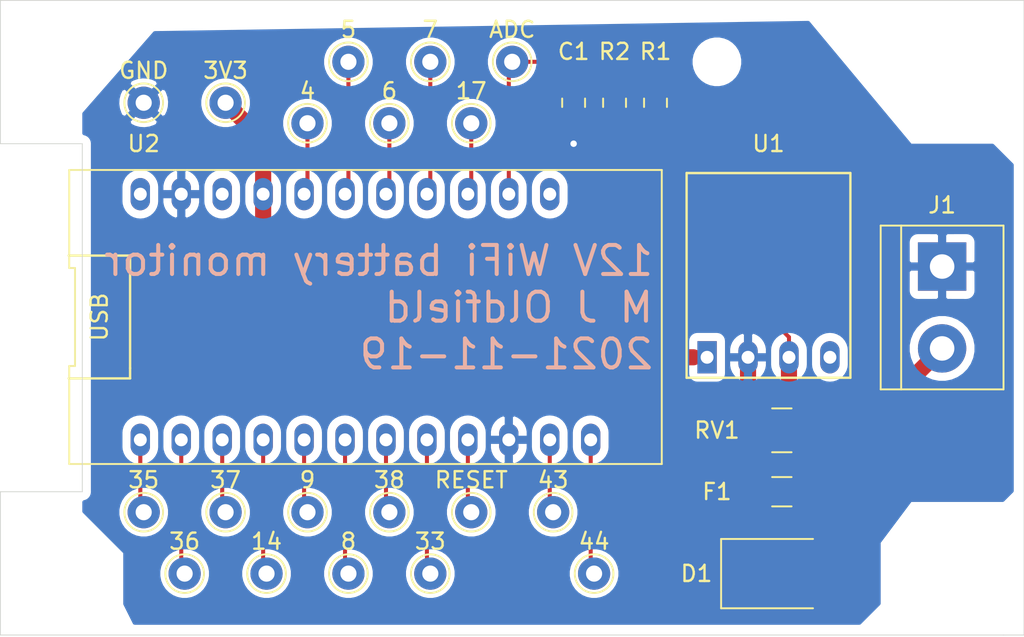
<source format=kicad_pcb>
(kicad_pcb (version 20171130) (host pcbnew "(5.1.4-0-10_14)")

  (general
    (thickness 1.6)
    (drawings 10)
    (tracks 76)
    (zones 0)
    (modules 28)
    (nets 27)
  )

  (page A4)
  (layers
    (0 F.Cu signal)
    (31 B.Cu signal)
    (32 B.Adhes user)
    (33 F.Adhes user)
    (34 B.Paste user)
    (35 F.Paste user)
    (36 B.SilkS user)
    (37 F.SilkS user)
    (38 B.Mask user)
    (39 F.Mask user)
    (40 Dwgs.User user)
    (41 Cmts.User user)
    (42 Eco1.User user)
    (43 Eco2.User user)
    (44 Edge.Cuts user)
    (45 Margin user)
    (46 B.CrtYd user)
    (47 F.CrtYd user)
    (48 B.Fab user)
    (49 F.Fab user)
  )

  (setup
    (last_trace_width 0.25)
    (trace_clearance 0.2)
    (zone_clearance 0.508)
    (zone_45_only no)
    (trace_min 0.2)
    (via_size 0.8)
    (via_drill 0.4)
    (via_min_size 0.4)
    (via_min_drill 0.3)
    (uvia_size 0.3)
    (uvia_drill 0.1)
    (uvias_allowed no)
    (uvia_min_size 0.2)
    (uvia_min_drill 0.1)
    (edge_width 0.05)
    (segment_width 0.2)
    (pcb_text_width 0.3)
    (pcb_text_size 1.5 1.5)
    (mod_edge_width 0.12)
    (mod_text_size 1 1)
    (mod_text_width 0.15)
    (pad_size 1.524 1.524)
    (pad_drill 0.762)
    (pad_to_mask_clearance 0.051)
    (solder_mask_min_width 0.25)
    (aux_axis_origin 0 0)
    (visible_elements FFFFFF7F)
    (pcbplotparams
      (layerselection 0x010fc_ffffffff)
      (usegerberextensions true)
      (usegerberattributes false)
      (usegerberadvancedattributes false)
      (creategerberjobfile false)
      (excludeedgelayer true)
      (linewidth 0.100000)
      (plotframeref false)
      (viasonmask false)
      (mode 1)
      (useauxorigin false)
      (hpglpennumber 1)
      (hpglpenspeed 20)
      (hpglpendiameter 15.000000)
      (psnegative false)
      (psa4output false)
      (plotreference true)
      (plotvalue true)
      (plotinvisibletext false)
      (padsonsilk false)
      (subtractmaskfromsilk true)
      (outputformat 1)
      (mirror false)
      (drillshape 0)
      (scaleselection 1)
      (outputdirectory "2021-11-19/"))
  )

  (net 0 "")
  (net 1 ADC)
  (net 2 GND)
  (net 3 "Net-(D1-Pad1)")
  (net 4 "Net-(D1-Pad2)")
  (net 5 BATT)
  (net 6 "Net-(TP4-Pad1)")
  (net 7 "Net-(TP5-Pad1)")
  (net 8 "Net-(TP6-Pad1)")
  (net 9 "Net-(TP7-Pad1)")
  (net 10 "Net-(TP8-Pad1)")
  (net 11 "Net-(TP9-Pad1)")
  (net 12 "Net-(TP10-Pad1)")
  (net 13 "Net-(TP11-Pad1)")
  (net 14 "Net-(TP12-Pad1)")
  (net 15 "Net-(TP13-Pad1)")
  (net 16 "Net-(TP14-Pad1)")
  (net 17 "Net-(TP15-Pad1)")
  (net 18 "Net-(TP16-Pad1)")
  (net 19 3V3)
  (net 20 "Net-(U1-Pad4)")
  (net 21 "Net-(U2-Pad23)")
  (net 22 "Net-(U2-Pad21)")
  (net 23 "Net-(TP17-Pad1)")
  (net 24 "Net-(TP18-Pad1)")
  (net 25 "Net-(TP19-Pad1)")
  (net 26 "Net-(U2-Pad13)")

  (net_class Default "This is the default net class."
    (clearance 0.2)
    (trace_width 0.25)
    (via_dia 0.8)
    (via_drill 0.4)
    (uvia_dia 0.3)
    (uvia_drill 0.1)
    (add_net 3V3)
    (add_net ADC)
    (add_net BATT)
    (add_net GND)
    (add_net "Net-(D1-Pad1)")
    (add_net "Net-(D1-Pad2)")
    (add_net "Net-(TP10-Pad1)")
    (add_net "Net-(TP11-Pad1)")
    (add_net "Net-(TP12-Pad1)")
    (add_net "Net-(TP13-Pad1)")
    (add_net "Net-(TP14-Pad1)")
    (add_net "Net-(TP15-Pad1)")
    (add_net "Net-(TP16-Pad1)")
    (add_net "Net-(TP17-Pad1)")
    (add_net "Net-(TP18-Pad1)")
    (add_net "Net-(TP19-Pad1)")
    (add_net "Net-(TP4-Pad1)")
    (add_net "Net-(TP5-Pad1)")
    (add_net "Net-(TP6-Pad1)")
    (add_net "Net-(TP7-Pad1)")
    (add_net "Net-(TP8-Pad1)")
    (add_net "Net-(TP9-Pad1)")
    (add_net "Net-(U1-Pad4)")
    (add_net "Net-(U2-Pad13)")
    (add_net "Net-(U2-Pad21)")
    (add_net "Net-(U2-Pad23)")
  )

  (module pcb:TINYS2 (layer F.Cu) (tedit 6196E4DF) (tstamp 619734C8)
    (at 92.5 42.5)
    (path /61985481)
    (fp_text reference U2 (at -13.76 -10.75 180) (layer F.SilkS)
      (effects (font (size 1 1) (thickness 0.15)))
    )
    (fp_text value TINYS2 (at 0 0) (layer F.Fab)
      (effects (font (size 1 1) (thickness 0.15)))
    )
    (fp_line (start -18.38 9.119999) (end 18.38 9.12) (layer F.SilkS) (width 0.12))
    (fp_line (start 18.38 9.12) (end 18.38 -9.119999) (layer F.SilkS) (width 0.12))
    (fp_line (start 18.38 -9.119999) (end -18.38 -9.12) (layer F.SilkS) (width 0.12))
    (fp_line (start -18.38 -9.12) (end -18.38 -3.04) (layer F.SilkS) (width 0.12))
    (fp_line (start -18.38 -3.04) (end -18.02 -3.04) (layer F.SilkS) (width 0.12))
    (fp_line (start -18.02 -3.04) (end -18.02 3.039999) (layer F.SilkS) (width 0.12))
    (fp_line (start -18.02 3.039999) (end -18.38 3.039999) (layer F.SilkS) (width 0.12))
    (fp_line (start -18.38 3.039999) (end -18.38 9.119999) (layer F.SilkS) (width 0.12))
    (fp_line (start -18.415 -9.525) (end -18.415 9.525) (layer F.CrtYd) (width 0.12))
    (fp_line (start -18.415 9.525) (end 18.415 9.525) (layer F.CrtYd) (width 0.12))
    (fp_line (start 18.415 9.525) (end 18.415 -9.525) (layer F.CrtYd) (width 0.12))
    (fp_line (start 18.415 -9.525) (end -18.415 -9.525) (layer F.CrtYd) (width 0.12))
    (fp_line (start -18.415 -3.81) (end -14.605 -3.81) (layer F.SilkS) (width 0.15))
    (fp_line (start -14.605 -3.81) (end -14.605 3.175) (layer F.SilkS) (width 0.15))
    (fp_line (start -14.605 3.175) (end -14.605 3.81) (layer F.SilkS) (width 0.15))
    (fp_line (start -14.605 3.81) (end -18.415 3.81) (layer F.SilkS) (width 0.15))
    (fp_text user USB (at -16.51 0 90) (layer F.SilkS)
      (effects (font (size 1 1) (thickness 0.15)))
    )
    (pad 23 thru_hole oval (at -13.97 -7.62) (size 1.2 2) (drill 0.8) (layers *.Cu *.Mask)
      (net 21 "Net-(U2-Pad23)"))
    (pad 1 thru_hole oval (at -13.97 7.62) (size 1.2 2) (drill 0.8) (layers *.Cu *.Mask)
      (net 6 "Net-(TP4-Pad1)"))
    (pad 22 thru_hole oval (at -11.43 -7.62) (size 1.2 2) (drill 0.8) (layers *.Cu *.Mask)
      (net 2 GND))
    (pad 2 thru_hole oval (at -11.43 7.62) (size 1.2 2) (drill 0.8) (layers *.Cu *.Mask)
      (net 7 "Net-(TP5-Pad1)"))
    (pad 21 thru_hole oval (at -8.89 -7.62) (size 1.2 2) (drill 0.8) (layers *.Cu *.Mask)
      (net 22 "Net-(U2-Pad21)"))
    (pad 3 thru_hole oval (at -8.89 7.62) (size 1.2 2) (drill 0.8) (layers *.Cu *.Mask)
      (net 8 "Net-(TP6-Pad1)"))
    (pad 20 thru_hole oval (at -6.35 -7.62) (size 1.2 2) (drill 0.8) (layers *.Cu *.Mask)
      (net 19 3V3))
    (pad 4 thru_hole oval (at -6.35 7.62) (size 1.2 2) (drill 0.8) (layers *.Cu *.Mask)
      (net 9 "Net-(TP7-Pad1)"))
    (pad 19 thru_hole oval (at -3.81 -7.62) (size 1.2 2) (drill 0.8) (layers *.Cu *.Mask)
      (net 17 "Net-(TP15-Pad1)"))
    (pad 5 thru_hole oval (at -3.81 7.62) (size 1.2 2) (drill 0.8) (layers *.Cu *.Mask)
      (net 10 "Net-(TP8-Pad1)"))
    (pad 18 thru_hole oval (at -1.27 -7.62) (size 1.2 2) (drill 0.8) (layers *.Cu *.Mask)
      (net 18 "Net-(TP16-Pad1)"))
    (pad 6 thru_hole oval (at -1.27 7.62) (size 1.2 2) (drill 0.8) (layers *.Cu *.Mask)
      (net 11 "Net-(TP9-Pad1)"))
    (pad 17 thru_hole oval (at 1.27 -7.62) (size 1.2 2) (drill 0.8) (layers *.Cu *.Mask)
      (net 23 "Net-(TP17-Pad1)"))
    (pad 7 thru_hole oval (at 1.27 7.62) (size 1.2 2) (drill 0.8) (layers *.Cu *.Mask)
      (net 12 "Net-(TP10-Pad1)"))
    (pad 16 thru_hole oval (at 3.81 -7.62) (size 1.2 2) (drill 0.8) (layers *.Cu *.Mask)
      (net 24 "Net-(TP18-Pad1)"))
    (pad 8 thru_hole oval (at 3.81 7.62) (size 1.2 2) (drill 0.8) (layers *.Cu *.Mask)
      (net 13 "Net-(TP11-Pad1)"))
    (pad 15 thru_hole oval (at 6.35 -7.62) (size 1.2 2) (drill 0.8) (layers *.Cu *.Mask)
      (net 25 "Net-(TP19-Pad1)"))
    (pad 9 thru_hole oval (at 6.35 7.62) (size 1.2 2) (drill 0.8) (layers *.Cu *.Mask)
      (net 14 "Net-(TP12-Pad1)"))
    (pad 14 thru_hole oval (at 8.89 -7.62) (size 1.2 2) (drill 0.8) (layers *.Cu *.Mask)
      (net 1 ADC))
    (pad 10 thru_hole oval (at 8.89 7.62) (size 1.2 2) (drill 0.8) (layers *.Cu *.Mask)
      (net 2 GND))
    (pad 13 thru_hole oval (at 11.43 -7.62) (size 1.2 2) (drill 0.8) (layers *.Cu *.Mask)
      (net 26 "Net-(U2-Pad13)"))
    (pad 11 thru_hole oval (at 11.43 7.62) (size 1.2 2) (drill 0.8) (layers *.Cu *.Mask)
      (net 15 "Net-(TP13-Pad1)"))
    (pad 12 thru_hole oval (at 13.97 7.62) (size 1.2 2) (drill 0.8) (layers *.Cu *.Mask)
      (net 16 "Net-(TP14-Pad1)"))
  )

  (module TestPoint:TestPoint_THTPad_D2.0mm_Drill1.0mm (layer F.Cu) (tedit 61976E7B) (tstamp 619738F4)
    (at 78.74 54.61)
    (descr "THT pad as test Point, diameter 2.0mm, hole diameter 1.0mm")
    (tags "test point THT pad")
    (path /6198D3D5)
    (attr virtual)
    (fp_text reference TP4 (at 0 -1.998) (layer F.SilkS) hide
      (effects (font (size 1 1) (thickness 0.15)))
    )
    (fp_text value TestPoint (at 0 2.05) (layer F.SilkS) hide
      (effects (font (size 1 1) (thickness 0.15)))
    )
    (fp_circle (center 0 0) (end 0 1.2) (layer F.SilkS) (width 0.12))
    (fp_circle (center 0 0) (end 1.5 0) (layer F.CrtYd) (width 0.05))
    (fp_text user 35 (at 0 -2) (layer F.SilkS)
      (effects (font (size 1 1) (thickness 0.15)))
    )
    (pad 1 thru_hole circle (at 0 0) (size 2 2) (drill 1) (layers *.Cu *.Mask)
      (net 6 "Net-(TP4-Pad1)"))
  )

  (module TestPoint:TestPoint_THTPad_D2.0mm_Drill1.0mm (layer F.Cu) (tedit 5A0F774F) (tstamp 61974425)
    (at 88.9 30.48)
    (descr "THT pad as test Point, diameter 2.0mm, hole diameter 1.0mm")
    (tags "test point THT pad")
    (path /619B72E1)
    (attr virtual)
    (fp_text reference TP15 (at 0 -1.998) (layer F.SilkS) hide
      (effects (font (size 1 1) (thickness 0.15)))
    )
    (fp_text value TestPoint (at 0 2.05) (layer F.Fab) hide
      (effects (font (size 1 1) (thickness 0.15)))
    )
    (fp_circle (center 0 0) (end 0 1.2) (layer F.SilkS) (width 0.12))
    (fp_circle (center 0 0) (end 1.5 0) (layer F.CrtYd) (width 0.05))
    (fp_text user 4 (at 0 -2) (layer F.SilkS)
      (effects (font (size 1 1) (thickness 0.15)))
    )
    (pad 1 thru_hole circle (at 0 0) (size 2 2) (drill 1) (layers *.Cu *.Mask)
      (net 17 "Net-(TP15-Pad1)"))
  )

  (module Capacitor_SMD:C_0805_2012Metric_Pad1.15x1.40mm_HandSolder (layer F.Cu) (tedit 5B36C52B) (tstamp 61974FF5)
    (at 105.41 29.21 270)
    (descr "Capacitor SMD 0805 (2012 Metric), square (rectangular) end terminal, IPC_7351 nominal with elongated pad for handsoldering. (Body size source: https://docs.google.com/spreadsheets/d/1BsfQQcO9C6DZCsRaXUlFlo91Tg2WpOkGARC1WS5S8t0/edit?usp=sharing), generated with kicad-footprint-generator")
    (tags "capacitor handsolder")
    (path /61982081)
    (attr smd)
    (fp_text reference C1 (at -3.175 0 180) (layer F.SilkS)
      (effects (font (size 1 1) (thickness 0.15)))
    )
    (fp_text value C (at 0 1.65 90) (layer F.Fab)
      (effects (font (size 1 1) (thickness 0.15)))
    )
    (fp_line (start -1 0.6) (end -1 -0.6) (layer F.Fab) (width 0.1))
    (fp_line (start -1 -0.6) (end 1 -0.6) (layer F.Fab) (width 0.1))
    (fp_line (start 1 -0.6) (end 1 0.6) (layer F.Fab) (width 0.1))
    (fp_line (start 1 0.6) (end -1 0.6) (layer F.Fab) (width 0.1))
    (fp_line (start -0.261252 -0.71) (end 0.261252 -0.71) (layer F.SilkS) (width 0.12))
    (fp_line (start -0.261252 0.71) (end 0.261252 0.71) (layer F.SilkS) (width 0.12))
    (fp_line (start -1.85 0.95) (end -1.85 -0.95) (layer F.CrtYd) (width 0.05))
    (fp_line (start -1.85 -0.95) (end 1.85 -0.95) (layer F.CrtYd) (width 0.05))
    (fp_line (start 1.85 -0.95) (end 1.85 0.95) (layer F.CrtYd) (width 0.05))
    (fp_line (start 1.85 0.95) (end -1.85 0.95) (layer F.CrtYd) (width 0.05))
    (fp_text user %R (at 0 0 90) (layer F.Fab)
      (effects (font (size 0.5 0.5) (thickness 0.08)))
    )
    (pad 1 smd roundrect (at -1.025 0 270) (size 1.15 1.4) (layers F.Cu F.Paste F.Mask) (roundrect_rratio 0.217391)
      (net 1 ADC))
    (pad 2 smd roundrect (at 1.025 0 270) (size 1.15 1.4) (layers F.Cu F.Paste F.Mask) (roundrect_rratio 0.217391)
      (net 2 GND))
    (model ${KISYS3DMOD}/Capacitor_SMD.3dshapes/C_0805_2012Metric.wrl
      (at (xyz 0 0 0))
      (scale (xyz 1 1 1))
      (rotate (xyz 0 0 0))
    )
  )

  (module Diode_SMD:D_SMB (layer F.Cu) (tedit 58645DF3) (tstamp 61973333)
    (at 118.11 58.42)
    (descr "Diode SMB (DO-214AA)")
    (tags "Diode SMB (DO-214AA)")
    (path /619759AB)
    (attr smd)
    (fp_text reference D1 (at -5.08 0) (layer F.SilkS)
      (effects (font (size 1 1) (thickness 0.15)))
    )
    (fp_text value B250 (at 0 3.1) (layer F.Fab)
      (effects (font (size 1 1) (thickness 0.15)))
    )
    (fp_text user %R (at 0 -3) (layer F.Fab)
      (effects (font (size 1 1) (thickness 0.15)))
    )
    (fp_line (start -3.55 -2.15) (end -3.55 2.15) (layer F.SilkS) (width 0.12))
    (fp_line (start 2.3 2) (end -2.3 2) (layer F.Fab) (width 0.1))
    (fp_line (start -2.3 2) (end -2.3 -2) (layer F.Fab) (width 0.1))
    (fp_line (start 2.3 -2) (end 2.3 2) (layer F.Fab) (width 0.1))
    (fp_line (start 2.3 -2) (end -2.3 -2) (layer F.Fab) (width 0.1))
    (fp_line (start -3.65 -2.25) (end 3.65 -2.25) (layer F.CrtYd) (width 0.05))
    (fp_line (start 3.65 -2.25) (end 3.65 2.25) (layer F.CrtYd) (width 0.05))
    (fp_line (start 3.65 2.25) (end -3.65 2.25) (layer F.CrtYd) (width 0.05))
    (fp_line (start -3.65 2.25) (end -3.65 -2.25) (layer F.CrtYd) (width 0.05))
    (fp_line (start -0.64944 0.00102) (end -1.55114 0.00102) (layer F.Fab) (width 0.1))
    (fp_line (start 0.50118 0.00102) (end 1.4994 0.00102) (layer F.Fab) (width 0.1))
    (fp_line (start -0.64944 -0.79908) (end -0.64944 0.80112) (layer F.Fab) (width 0.1))
    (fp_line (start 0.50118 0.75032) (end 0.50118 -0.79908) (layer F.Fab) (width 0.1))
    (fp_line (start -0.64944 0.00102) (end 0.50118 0.75032) (layer F.Fab) (width 0.1))
    (fp_line (start -0.64944 0.00102) (end 0.50118 -0.79908) (layer F.Fab) (width 0.1))
    (fp_line (start -3.55 2.15) (end 2.15 2.15) (layer F.SilkS) (width 0.12))
    (fp_line (start -3.55 -2.15) (end 2.15 -2.15) (layer F.SilkS) (width 0.12))
    (pad 1 smd rect (at -2.15 0) (size 2.5 2.3) (layers F.Cu F.Paste F.Mask)
      (net 3 "Net-(D1-Pad1)"))
    (pad 2 smd rect (at 2.15 0) (size 2.5 2.3) (layers F.Cu F.Paste F.Mask)
      (net 4 "Net-(D1-Pad2)"))
    (model ${KISYS3DMOD}/Diode_SMD.3dshapes/D_SMB.wrl
      (at (xyz 0 0 0))
      (scale (xyz 1 1 1))
      (rotate (xyz 0 0 0))
    )
  )

  (module Capacitor_SMD:C_1206_3216Metric_Pad1.42x1.75mm_HandSolder (layer F.Cu) (tedit 5B301BBE) (tstamp 61973344)
    (at 118.3275 53.34 180)
    (descr "Capacitor SMD 1206 (3216 Metric), square (rectangular) end terminal, IPC_7351 nominal with elongated pad for handsoldering. (Body size source: http://www.tortai-tech.com/upload/download/2011102023233369053.pdf), generated with kicad-footprint-generator")
    (tags "capacitor handsolder")
    (path /61978160)
    (attr smd)
    (fp_text reference F1 (at 4.0275 0) (layer F.SilkS)
      (effects (font (size 1 1) (thickness 0.15)))
    )
    (fp_text value Polyfuse (at 0 1.82) (layer F.Fab)
      (effects (font (size 1 1) (thickness 0.15)))
    )
    (fp_line (start -1.6 0.8) (end -1.6 -0.8) (layer F.Fab) (width 0.1))
    (fp_line (start -1.6 -0.8) (end 1.6 -0.8) (layer F.Fab) (width 0.1))
    (fp_line (start 1.6 -0.8) (end 1.6 0.8) (layer F.Fab) (width 0.1))
    (fp_line (start 1.6 0.8) (end -1.6 0.8) (layer F.Fab) (width 0.1))
    (fp_line (start -0.602064 -0.91) (end 0.602064 -0.91) (layer F.SilkS) (width 0.12))
    (fp_line (start -0.602064 0.91) (end 0.602064 0.91) (layer F.SilkS) (width 0.12))
    (fp_line (start -2.45 1.12) (end -2.45 -1.12) (layer F.CrtYd) (width 0.05))
    (fp_line (start -2.45 -1.12) (end 2.45 -1.12) (layer F.CrtYd) (width 0.05))
    (fp_line (start 2.45 -1.12) (end 2.45 1.12) (layer F.CrtYd) (width 0.05))
    (fp_line (start 2.45 1.12) (end -2.45 1.12) (layer F.CrtYd) (width 0.05))
    (fp_text user %R (at 0 0) (layer F.Fab)
      (effects (font (size 0.8 0.8) (thickness 0.12)))
    )
    (pad 1 smd roundrect (at -1.4875 0 180) (size 1.425 1.75) (layers F.Cu F.Paste F.Mask) (roundrect_rratio 0.175439)
      (net 5 BATT))
    (pad 2 smd roundrect (at 1.4875 0 180) (size 1.425 1.75) (layers F.Cu F.Paste F.Mask) (roundrect_rratio 0.175439)
      (net 3 "Net-(D1-Pad1)"))
    (model ${KISYS3DMOD}/Capacitor_SMD.3dshapes/C_1206_3216Metric.wrl
      (at (xyz 0 0 0))
      (scale (xyz 1 1 1))
      (rotate (xyz 0 0 0))
    )
  )

  (module TerminalBlock:TerminalBlock_bornier-2_P5.08mm (layer F.Cu) (tedit 59FF03AB) (tstamp 61973359)
    (at 128.27 39.37 270)
    (descr "simple 2-pin terminal block, pitch 5.08mm, revamped version of bornier2")
    (tags "terminal block bornier2")
    (path /6197D42F)
    (fp_text reference J1 (at -3.81 0 180) (layer F.SilkS)
      (effects (font (size 1 1) (thickness 0.15)))
    )
    (fp_text value Screw_Terminal_01x02 (at 2.54 5.08 90) (layer F.Fab)
      (effects (font (size 1 1) (thickness 0.15)))
    )
    (fp_text user %R (at 2.54 2.12 270) (layer F.Fab)
      (effects (font (size 1 1) (thickness 0.15)))
    )
    (fp_line (start -2.41 2.55) (end 7.49 2.55) (layer F.Fab) (width 0.1))
    (fp_line (start -2.46 -3.75) (end -2.46 3.75) (layer F.Fab) (width 0.1))
    (fp_line (start -2.46 3.75) (end 7.54 3.75) (layer F.Fab) (width 0.1))
    (fp_line (start 7.54 3.75) (end 7.54 -3.75) (layer F.Fab) (width 0.1))
    (fp_line (start 7.54 -3.75) (end -2.46 -3.75) (layer F.Fab) (width 0.1))
    (fp_line (start 7.62 2.54) (end -2.54 2.54) (layer F.SilkS) (width 0.12))
    (fp_line (start 7.62 3.81) (end 7.62 -3.81) (layer F.SilkS) (width 0.12))
    (fp_line (start 7.62 -3.81) (end -2.54 -3.81) (layer F.SilkS) (width 0.12))
    (fp_line (start -2.54 -3.81) (end -2.54 3.81) (layer F.SilkS) (width 0.12))
    (fp_line (start -2.54 3.81) (end 7.62 3.81) (layer F.SilkS) (width 0.12))
    (fp_line (start -2.71 -4) (end 7.79 -4) (layer F.CrtYd) (width 0.05))
    (fp_line (start -2.71 -4) (end -2.71 4) (layer F.CrtYd) (width 0.05))
    (fp_line (start 7.79 4) (end 7.79 -4) (layer F.CrtYd) (width 0.05))
    (fp_line (start 7.79 4) (end -2.71 4) (layer F.CrtYd) (width 0.05))
    (pad 1 thru_hole rect (at 0 0 270) (size 3 3) (drill 1.52) (layers *.Cu *.Mask)
      (net 2 GND))
    (pad 2 thru_hole circle (at 5.08 0 270) (size 3 3) (drill 1.52) (layers *.Cu *.Mask)
      (net 4 "Net-(D1-Pad2)"))
    (model ${KISYS3DMOD}/TerminalBlock.3dshapes/TerminalBlock_bornier-2_P5.08mm.wrl
      (offset (xyz 2.539999961853027 0 0))
      (scale (xyz 1 1 1))
      (rotate (xyz 0 0 0))
    )
  )

  (module Resistor_SMD:R_0805_2012Metric_Pad1.15x1.40mm_HandSolder (layer F.Cu) (tedit 5B36C52B) (tstamp 61974770)
    (at 110.49 29.21 90)
    (descr "Resistor SMD 0805 (2012 Metric), square (rectangular) end terminal, IPC_7351 nominal with elongated pad for handsoldering. (Body size source: https://docs.google.com/spreadsheets/d/1BsfQQcO9C6DZCsRaXUlFlo91Tg2WpOkGARC1WS5S8t0/edit?usp=sharing), generated with kicad-footprint-generator")
    (tags "resistor handsolder")
    (path /61981109)
    (attr smd)
    (fp_text reference R1 (at 3.175 0 180) (layer F.SilkS)
      (effects (font (size 1 1) (thickness 0.15)))
    )
    (fp_text value R (at 0 1.65 90) (layer F.Fab)
      (effects (font (size 1 1) (thickness 0.15)))
    )
    (fp_line (start -1 0.6) (end -1 -0.6) (layer F.Fab) (width 0.1))
    (fp_line (start -1 -0.6) (end 1 -0.6) (layer F.Fab) (width 0.1))
    (fp_line (start 1 -0.6) (end 1 0.6) (layer F.Fab) (width 0.1))
    (fp_line (start 1 0.6) (end -1 0.6) (layer F.Fab) (width 0.1))
    (fp_line (start -0.261252 -0.71) (end 0.261252 -0.71) (layer F.SilkS) (width 0.12))
    (fp_line (start -0.261252 0.71) (end 0.261252 0.71) (layer F.SilkS) (width 0.12))
    (fp_line (start -1.85 0.95) (end -1.85 -0.95) (layer F.CrtYd) (width 0.05))
    (fp_line (start -1.85 -0.95) (end 1.85 -0.95) (layer F.CrtYd) (width 0.05))
    (fp_line (start 1.85 -0.95) (end 1.85 0.95) (layer F.CrtYd) (width 0.05))
    (fp_line (start 1.85 0.95) (end -1.85 0.95) (layer F.CrtYd) (width 0.05))
    (fp_text user %R (at 0 0 90) (layer F.Fab)
      (effects (font (size 0.5 0.5) (thickness 0.08)))
    )
    (pad 1 smd roundrect (at -1.025 0 90) (size 1.15 1.4) (layers F.Cu F.Paste F.Mask) (roundrect_rratio 0.217391)
      (net 5 BATT))
    (pad 2 smd roundrect (at 1.025 0 90) (size 1.15 1.4) (layers F.Cu F.Paste F.Mask) (roundrect_rratio 0.217391)
      (net 1 ADC))
    (model ${KISYS3DMOD}/Resistor_SMD.3dshapes/R_0805_2012Metric.wrl
      (at (xyz 0 0 0))
      (scale (xyz 1 1 1))
      (rotate (xyz 0 0 0))
    )
  )

  (module Resistor_SMD:R_0805_2012Metric_Pad1.15x1.40mm_HandSolder (layer F.Cu) (tedit 5B36C52B) (tstamp 6197337B)
    (at 107.95 29.21 270)
    (descr "Resistor SMD 0805 (2012 Metric), square (rectangular) end terminal, IPC_7351 nominal with elongated pad for handsoldering. (Body size source: https://docs.google.com/spreadsheets/d/1BsfQQcO9C6DZCsRaXUlFlo91Tg2WpOkGARC1WS5S8t0/edit?usp=sharing), generated with kicad-footprint-generator")
    (tags "resistor handsolder")
    (path /619819BE)
    (attr smd)
    (fp_text reference R2 (at -3.175 0 180) (layer F.SilkS)
      (effects (font (size 1 1) (thickness 0.15)))
    )
    (fp_text value R (at 0 1.65 90) (layer F.Fab)
      (effects (font (size 1 1) (thickness 0.15)))
    )
    (fp_text user %R (at 0 0 270) (layer F.Fab)
      (effects (font (size 0.5 0.5) (thickness 0.08)))
    )
    (fp_line (start 1.85 0.95) (end -1.85 0.95) (layer F.CrtYd) (width 0.05))
    (fp_line (start 1.85 -0.95) (end 1.85 0.95) (layer F.CrtYd) (width 0.05))
    (fp_line (start -1.85 -0.95) (end 1.85 -0.95) (layer F.CrtYd) (width 0.05))
    (fp_line (start -1.85 0.95) (end -1.85 -0.95) (layer F.CrtYd) (width 0.05))
    (fp_line (start -0.261252 0.71) (end 0.261252 0.71) (layer F.SilkS) (width 0.12))
    (fp_line (start -0.261252 -0.71) (end 0.261252 -0.71) (layer F.SilkS) (width 0.12))
    (fp_line (start 1 0.6) (end -1 0.6) (layer F.Fab) (width 0.1))
    (fp_line (start 1 -0.6) (end 1 0.6) (layer F.Fab) (width 0.1))
    (fp_line (start -1 -0.6) (end 1 -0.6) (layer F.Fab) (width 0.1))
    (fp_line (start -1 0.6) (end -1 -0.6) (layer F.Fab) (width 0.1))
    (pad 2 smd roundrect (at 1.025 0 270) (size 1.15 1.4) (layers F.Cu F.Paste F.Mask) (roundrect_rratio 0.217391)
      (net 2 GND))
    (pad 1 smd roundrect (at -1.025 0 270) (size 1.15 1.4) (layers F.Cu F.Paste F.Mask) (roundrect_rratio 0.217391)
      (net 1 ADC))
    (model ${KISYS3DMOD}/Resistor_SMD.3dshapes/R_0805_2012Metric.wrl
      (at (xyz 0 0 0))
      (scale (xyz 1 1 1))
      (rotate (xyz 0 0 0))
    )
  )

  (module Capacitor_SMD:C_1210_3225Metric_Pad1.42x2.65mm_HandSolder (layer F.Cu) (tedit 5B301BBE) (tstamp 6197338C)
    (at 118.3275 49.53 180)
    (descr "Capacitor SMD 1210 (3225 Metric), square (rectangular) end terminal, IPC_7351 nominal with elongated pad for handsoldering. (Body size source: http://www.tortai-tech.com/upload/download/2011102023233369053.pdf), generated with kicad-footprint-generator")
    (tags "capacitor handsolder")
    (path /61974F81)
    (attr smd)
    (fp_text reference RV1 (at 4.0275 0) (layer F.SilkS)
      (effects (font (size 1 1) (thickness 0.15)))
    )
    (fp_text value Varistor (at 0 2.28) (layer F.Fab)
      (effects (font (size 1 1) (thickness 0.15)))
    )
    (fp_line (start -1.6 1.25) (end -1.6 -1.25) (layer F.Fab) (width 0.1))
    (fp_line (start -1.6 -1.25) (end 1.6 -1.25) (layer F.Fab) (width 0.1))
    (fp_line (start 1.6 -1.25) (end 1.6 1.25) (layer F.Fab) (width 0.1))
    (fp_line (start 1.6 1.25) (end -1.6 1.25) (layer F.Fab) (width 0.1))
    (fp_line (start -0.602064 -1.36) (end 0.602064 -1.36) (layer F.SilkS) (width 0.12))
    (fp_line (start -0.602064 1.36) (end 0.602064 1.36) (layer F.SilkS) (width 0.12))
    (fp_line (start -2.45 1.58) (end -2.45 -1.58) (layer F.CrtYd) (width 0.05))
    (fp_line (start -2.45 -1.58) (end 2.45 -1.58) (layer F.CrtYd) (width 0.05))
    (fp_line (start 2.45 -1.58) (end 2.45 1.58) (layer F.CrtYd) (width 0.05))
    (fp_line (start 2.45 1.58) (end -2.45 1.58) (layer F.CrtYd) (width 0.05))
    (fp_text user %R (at 0 0) (layer F.Fab)
      (effects (font (size 0.8 0.8) (thickness 0.12)))
    )
    (pad 1 smd roundrect (at -1.4875 0 180) (size 1.425 2.65) (layers F.Cu F.Paste F.Mask) (roundrect_rratio 0.175439)
      (net 5 BATT))
    (pad 2 smd roundrect (at 1.4875 0 180) (size 1.425 2.65) (layers F.Cu F.Paste F.Mask) (roundrect_rratio 0.175439)
      (net 2 GND))
    (model ${KISYS3DMOD}/Capacitor_SMD.3dshapes/C_1210_3225Metric.wrl
      (at (xyz 0 0 0))
      (scale (xyz 1 1 1))
      (rotate (xyz 0 0 0))
    )
  )

  (module pcb:PololuDCDC4 (layer F.Cu) (tedit 6196E2AF) (tstamp 6197349C)
    (at 117.5 45)
    (path /6197BB9B)
    (fp_text reference U1 (at 0 -13.25) (layer F.SilkS)
      (effects (font (size 1 1) (thickness 0.15)))
    )
    (fp_text value PololuDCDC600 (at 0 -15.24) (layer F.Fab)
      (effects (font (size 1 1) (thickness 0.15)))
    )
    (fp_line (start -4.66 -1.25) (end 4.66 -1.25) (layer F.CrtYd) (width 0.05))
    (fp_line (start 4.66 -1.25) (end 4.66 1.25) (layer F.CrtYd) (width 0.05))
    (fp_line (start 4.66 1.25) (end -4.66 1.25) (layer F.CrtYd) (width 0.05))
    (fp_line (start -4.66 1.25) (end -4.66 -1.25) (layer F.CrtYd) (width 0.05))
    (fp_line (start -5.08 1.27) (end -5.08 -11.43) (layer F.SilkS) (width 0.15))
    (fp_line (start -5.08 -11.43) (end 5.08 -11.43) (layer F.SilkS) (width 0.15))
    (fp_line (start 5.08 -11.43) (end 5.08 1.27) (layer F.SilkS) (width 0.15))
    (fp_line (start 5.08 1.27) (end -5.08 1.27) (layer F.SilkS) (width 0.15))
    (pad 1 thru_hole rect (at -3.81 0) (size 1.2 2) (drill 0.8) (layers *.Cu *.Mask)
      (net 19 3V3))
    (pad 2 thru_hole oval (at -1.27 0) (size 1.2 2) (drill 0.8) (layers *.Cu *.Mask)
      (net 2 GND))
    (pad 3 thru_hole oval (at 1.27 0) (size 1.2 2) (drill 0.8) (layers *.Cu *.Mask)
      (net 5 BATT))
    (pad 4 thru_hole oval (at 3.81 0) (size 1.2 2) (drill 0.8) (layers *.Cu *.Mask)
      (net 20 "Net-(U1-Pad4)"))
  )

  (module TestPoint:TestPoint_THTPad_D2.0mm_Drill1.0mm (layer F.Cu) (tedit 5A0F774F) (tstamp 619738FB)
    (at 81.28 58.42)
    (descr "THT pad as test Point, diameter 2.0mm, hole diameter 1.0mm")
    (tags "test point THT pad")
    (path /6198D15C)
    (attr virtual)
    (fp_text reference TP5 (at 0 -1.998) (layer F.SilkS) hide
      (effects (font (size 1 1) (thickness 0.15)))
    )
    (fp_text value TestPoint (at 0 2.05) (layer F.Fab) hide
      (effects (font (size 1 1) (thickness 0.15)))
    )
    (fp_text user 36 (at 0 -2) (layer F.SilkS)
      (effects (font (size 1 1) (thickness 0.15)))
    )
    (fp_circle (center 0 0) (end 1.5 0) (layer F.CrtYd) (width 0.05))
    (fp_circle (center 0 0) (end 0 1.2) (layer F.SilkS) (width 0.12))
    (pad 1 thru_hole circle (at 0 0) (size 2 2) (drill 1) (layers *.Cu *.Mask)
      (net 7 "Net-(TP5-Pad1)"))
  )

  (module TestPoint:TestPoint_THTPad_D2.0mm_Drill1.0mm (layer F.Cu) (tedit 5A0F774F) (tstamp 61973902)
    (at 83.82 54.61)
    (descr "THT pad as test Point, diameter 2.0mm, hole diameter 1.0mm")
    (tags "test point THT pad")
    (path /6198CBF5)
    (attr virtual)
    (fp_text reference TP6 (at 0 -1.998) (layer F.SilkS) hide
      (effects (font (size 1 1) (thickness 0.15)))
    )
    (fp_text value TestPoint (at 0 2.05) (layer F.Fab) hide
      (effects (font (size 1 1) (thickness 0.15)))
    )
    (fp_circle (center 0 0) (end 0 1.2) (layer F.SilkS) (width 0.12))
    (fp_circle (center 0 0) (end 1.5 0) (layer F.CrtYd) (width 0.05))
    (fp_text user 37 (at 0 -2) (layer F.SilkS)
      (effects (font (size 1 1) (thickness 0.15)))
    )
    (pad 1 thru_hole circle (at 0 0) (size 2 2) (drill 1) (layers *.Cu *.Mask)
      (net 8 "Net-(TP6-Pad1)"))
  )

  (module TestPoint:TestPoint_THTPad_D2.0mm_Drill1.0mm (layer F.Cu) (tedit 5A0F774F) (tstamp 61973909)
    (at 86.36 58.42)
    (descr "THT pad as test Point, diameter 2.0mm, hole diameter 1.0mm")
    (tags "test point THT pad")
    (path /6198CA01)
    (attr virtual)
    (fp_text reference TP7 (at 0 -1.998) (layer F.SilkS) hide
      (effects (font (size 1 1) (thickness 0.15)))
    )
    (fp_text value TestPoint (at 0 2.05) (layer F.Fab) hide
      (effects (font (size 1 1) (thickness 0.15)))
    )
    (fp_text user 14 (at 0 -2) (layer F.SilkS)
      (effects (font (size 1 1) (thickness 0.15)))
    )
    (fp_circle (center 0 0) (end 1.5 0) (layer F.CrtYd) (width 0.05))
    (fp_circle (center 0 0) (end 0 1.2) (layer F.SilkS) (width 0.12))
    (pad 1 thru_hole circle (at 0 0) (size 2 2) (drill 1) (layers *.Cu *.Mask)
      (net 9 "Net-(TP7-Pad1)"))
  )

  (module TestPoint:TestPoint_THTPad_D2.0mm_Drill1.0mm (layer F.Cu) (tedit 5A0F774F) (tstamp 61973910)
    (at 88.9 54.61)
    (descr "THT pad as test Point, diameter 2.0mm, hole diameter 1.0mm")
    (tags "test point THT pad")
    (path /6198C892)
    (attr virtual)
    (fp_text reference TP8 (at 0 -1.998) (layer F.SilkS) hide
      (effects (font (size 1 1) (thickness 0.15)))
    )
    (fp_text value TestPoint (at 0 2.05) (layer F.Fab) hide
      (effects (font (size 1 1) (thickness 0.15)))
    )
    (fp_circle (center 0 0) (end 0 1.2) (layer F.SilkS) (width 0.12))
    (fp_circle (center 0 0) (end 1.5 0) (layer F.CrtYd) (width 0.05))
    (fp_text user 9 (at 0 -2) (layer F.SilkS)
      (effects (font (size 1 1) (thickness 0.15)))
    )
    (pad 1 thru_hole circle (at 0 0) (size 2 2) (drill 1) (layers *.Cu *.Mask)
      (net 10 "Net-(TP8-Pad1)"))
  )

  (module TestPoint:TestPoint_THTPad_D2.0mm_Drill1.0mm (layer F.Cu) (tedit 5A0F774F) (tstamp 61973917)
    (at 91.44 58.42)
    (descr "THT pad as test Point, diameter 2.0mm, hole diameter 1.0mm")
    (tags "test point THT pad")
    (path /6198C749)
    (attr virtual)
    (fp_text reference TP9 (at 0 -1.998) (layer F.SilkS) hide
      (effects (font (size 1 1) (thickness 0.15)))
    )
    (fp_text value TestPoint (at 0 2.05) (layer F.Fab) hide
      (effects (font (size 1 1) (thickness 0.15)))
    )
    (fp_text user 8 (at 0 -2) (layer F.SilkS)
      (effects (font (size 1 1) (thickness 0.15)))
    )
    (fp_circle (center 0 0) (end 1.5 0) (layer F.CrtYd) (width 0.05))
    (fp_circle (center 0 0) (end 0 1.2) (layer F.SilkS) (width 0.12))
    (pad 1 thru_hole circle (at 0 0) (size 2 2) (drill 1) (layers *.Cu *.Mask)
      (net 11 "Net-(TP9-Pad1)"))
  )

  (module TestPoint:TestPoint_THTPad_D2.0mm_Drill1.0mm (layer F.Cu) (tedit 5A0F774F) (tstamp 6197391E)
    (at 93.98 54.61)
    (descr "THT pad as test Point, diameter 2.0mm, hole diameter 1.0mm")
    (tags "test point THT pad")
    (path /6198C4BD)
    (attr virtual)
    (fp_text reference TP10 (at 0 -1.998) (layer F.SilkS) hide
      (effects (font (size 1 1) (thickness 0.15)))
    )
    (fp_text value TestPoint (at 0 2.05) (layer F.Fab) hide
      (effects (font (size 1 1) (thickness 0.15)))
    )
    (fp_circle (center 0 0) (end 0 1.2) (layer F.SilkS) (width 0.12))
    (fp_circle (center 0 0) (end 1.5 0) (layer F.CrtYd) (width 0.05))
    (fp_text user 38 (at 0 -2) (layer F.SilkS)
      (effects (font (size 1 1) (thickness 0.15)))
    )
    (pad 1 thru_hole circle (at 0 0) (size 2 2) (drill 1) (layers *.Cu *.Mask)
      (net 12 "Net-(TP10-Pad1)"))
  )

  (module TestPoint:TestPoint_THTPad_D2.0mm_Drill1.0mm (layer F.Cu) (tedit 5A0F774F) (tstamp 61973925)
    (at 96.52 58.42)
    (descr "THT pad as test Point, diameter 2.0mm, hole diameter 1.0mm")
    (tags "test point THT pad")
    (path /6198BEA1)
    (attr virtual)
    (fp_text reference TP11 (at 0 -1.998) (layer F.SilkS) hide
      (effects (font (size 1 1) (thickness 0.15)))
    )
    (fp_text value TestPoint (at 0 2.05) (layer F.Fab) hide
      (effects (font (size 1 1) (thickness 0.15)))
    )
    (fp_text user 33 (at 0 -2) (layer F.SilkS)
      (effects (font (size 1 1) (thickness 0.15)))
    )
    (fp_circle (center 0 0) (end 1.5 0) (layer F.CrtYd) (width 0.05))
    (fp_circle (center 0 0) (end 0 1.2) (layer F.SilkS) (width 0.12))
    (pad 1 thru_hole circle (at 0 0) (size 2 2) (drill 1) (layers *.Cu *.Mask)
      (net 13 "Net-(TP11-Pad1)"))
  )

  (module TestPoint:TestPoint_THTPad_D2.0mm_Drill1.0mm (layer F.Cu) (tedit 5A0F774F) (tstamp 6197392C)
    (at 104.14 54.61)
    (descr "THT pad as test Point, diameter 2.0mm, hole diameter 1.0mm")
    (tags "test point THT pad")
    (path /6198BD7E)
    (attr virtual)
    (fp_text reference TP13 (at 0 -1.998) (layer F.SilkS) hide
      (effects (font (size 1 1) (thickness 0.15)))
    )
    (fp_text value TestPoint (at 0 2.05) (layer F.Fab) hide
      (effects (font (size 1 1) (thickness 0.15)))
    )
    (fp_circle (center 0 0) (end 0 1.2) (layer F.SilkS) (width 0.12))
    (fp_circle (center 0 0) (end 1.5 0) (layer F.CrtYd) (width 0.05))
    (fp_text user 43 (at 0 -2) (layer F.SilkS)
      (effects (font (size 1 1) (thickness 0.15)))
    )
    (pad 1 thru_hole circle (at 0 0) (size 2 2) (drill 1) (layers *.Cu *.Mask)
      (net 15 "Net-(TP13-Pad1)"))
  )

  (module TestPoint:TestPoint_THTPad_D2.0mm_Drill1.0mm (layer F.Cu) (tedit 5A0F774F) (tstamp 61973933)
    (at 106.68 58.42)
    (descr "THT pad as test Point, diameter 2.0mm, hole diameter 1.0mm")
    (tags "test point THT pad")
    (path /6198B63A)
    (attr virtual)
    (fp_text reference TP14 (at 0 -1.998) (layer F.SilkS) hide
      (effects (font (size 1 1) (thickness 0.15)))
    )
    (fp_text value TestPoint (at 0 2.05) (layer F.Fab) hide
      (effects (font (size 1 1) (thickness 0.15)))
    )
    (fp_text user 44 (at 0 -2) (layer F.SilkS)
      (effects (font (size 1 1) (thickness 0.15)))
    )
    (fp_circle (center 0 0) (end 1.5 0) (layer F.CrtYd) (width 0.05))
    (fp_circle (center 0 0) (end 0 1.2) (layer F.SilkS) (width 0.12))
    (pad 1 thru_hole circle (at 0 0) (size 2 2) (drill 1) (layers *.Cu *.Mask)
      (net 16 "Net-(TP14-Pad1)"))
  )

  (module TestPoint:TestPoint_THTPad_D2.0mm_Drill1.0mm (layer F.Cu) (tedit 5A0F774F) (tstamp 6197393A)
    (at 91.44 26.67)
    (descr "THT pad as test Point, diameter 2.0mm, hole diameter 1.0mm")
    (tags "test point THT pad")
    (path /6198996B)
    (attr virtual)
    (fp_text reference TP16 (at 0 -1.998) (layer F.SilkS) hide
      (effects (font (size 1 1) (thickness 0.15)))
    )
    (fp_text value TestPoint (at 0 2.05) (layer F.Fab) hide
      (effects (font (size 1 1) (thickness 0.15)))
    )
    (fp_text user 5 (at 0 -2) (layer F.SilkS)
      (effects (font (size 1 1) (thickness 0.15)))
    )
    (fp_circle (center 0 0) (end 1.5 0) (layer F.CrtYd) (width 0.05))
    (fp_circle (center 0 0) (end 0 1.2) (layer F.SilkS) (width 0.12))
    (pad 1 thru_hole circle (at 0 0) (size 2 2) (drill 1) (layers *.Cu *.Mask)
      (net 18 "Net-(TP16-Pad1)"))
  )

  (module TestPoint:TestPoint_THTPad_D2.0mm_Drill1.0mm (layer F.Cu) (tedit 5A0F774F) (tstamp 61973941)
    (at 93.98 30.48)
    (descr "THT pad as test Point, diameter 2.0mm, hole diameter 1.0mm")
    (tags "test point THT pad")
    (path /6198A866)
    (attr virtual)
    (fp_text reference TP17 (at 0 -1.998) (layer F.SilkS) hide
      (effects (font (size 1 1) (thickness 0.15)))
    )
    (fp_text value TestPoint (at 0 2.05) (layer F.Fab) hide
      (effects (font (size 1 1) (thickness 0.15)))
    )
    (fp_circle (center 0 0) (end 0 1.2) (layer F.SilkS) (width 0.12))
    (fp_circle (center 0 0) (end 1.5 0) (layer F.CrtYd) (width 0.05))
    (fp_text user 6 (at 0 -2) (layer F.SilkS)
      (effects (font (size 1 1) (thickness 0.15)))
    )
    (pad 1 thru_hole circle (at 0 0) (size 2 2) (drill 1) (layers *.Cu *.Mask)
      (net 23 "Net-(TP17-Pad1)"))
  )

  (module TestPoint:TestPoint_THTPad_D2.0mm_Drill1.0mm (layer F.Cu) (tedit 5A0F774F) (tstamp 61973948)
    (at 96.52 26.67)
    (descr "THT pad as test Point, diameter 2.0mm, hole diameter 1.0mm")
    (tags "test point THT pad")
    (path /6198AB76)
    (attr virtual)
    (fp_text reference TP18 (at 0 -1.998) (layer F.SilkS) hide
      (effects (font (size 1 1) (thickness 0.15)))
    )
    (fp_text value TestPoint (at 0 2.05) (layer F.Fab) hide
      (effects (font (size 1 1) (thickness 0.15)))
    )
    (fp_text user 7 (at 0 -2) (layer F.SilkS)
      (effects (font (size 1 1) (thickness 0.15)))
    )
    (fp_circle (center 0 0) (end 1.5 0) (layer F.CrtYd) (width 0.05))
    (fp_circle (center 0 0) (end 0 1.2) (layer F.SilkS) (width 0.12))
    (pad 1 thru_hole circle (at 0 0) (size 2 2) (drill 1) (layers *.Cu *.Mask)
      (net 24 "Net-(TP18-Pad1)"))
  )

  (module TestPoint:TestPoint_THTPad_D2.0mm_Drill1.0mm (layer F.Cu) (tedit 5A0F774F) (tstamp 6197394F)
    (at 99.06 30.48)
    (descr "THT pad as test Point, diameter 2.0mm, hole diameter 1.0mm")
    (tags "test point THT pad")
    (path /6198B067)
    (attr virtual)
    (fp_text reference TP19 (at 0 -1.998) (layer F.SilkS) hide
      (effects (font (size 1 1) (thickness 0.15)))
    )
    (fp_text value TestPoint (at 0 2.05) (layer F.Fab) hide
      (effects (font (size 1 1) (thickness 0.15)))
    )
    (fp_circle (center 0 0) (end 0 1.2) (layer F.SilkS) (width 0.12))
    (fp_circle (center 0 0) (end 1.5 0) (layer F.CrtYd) (width 0.05))
    (fp_text user 17 (at 0 -2) (layer F.SilkS)
      (effects (font (size 1 1) (thickness 0.15)))
    )
    (pad 1 thru_hole circle (at 0 0) (size 2 2) (drill 1) (layers *.Cu *.Mask)
      (net 25 "Net-(TP19-Pad1)"))
  )

  (module TestPoint:TestPoint_THTPad_D2.0mm_Drill1.0mm (layer F.Cu) (tedit 5A0F774F) (tstamp 61976D66)
    (at 83.82 29.21)
    (descr "THT pad as test Point, diameter 2.0mm, hole diameter 1.0mm")
    (tags "test point THT pad")
    (path /619775AF)
    (attr virtual)
    (fp_text reference TP2 (at 0 -1.998) (layer F.SilkS) hide
      (effects (font (size 1 1) (thickness 0.15)))
    )
    (fp_text value TestPoint (at 0 2.05) (layer F.Fab) hide
      (effects (font (size 1 1) (thickness 0.15)))
    )
    (fp_text user 3V3 (at 0 -2) (layer F.SilkS)
      (effects (font (size 1 1) (thickness 0.15)))
    )
    (fp_circle (center 0 0) (end 1.5 0) (layer F.CrtYd) (width 0.05))
    (fp_circle (center 0 0) (end 0 1.2) (layer F.SilkS) (width 0.12))
    (pad 1 thru_hole circle (at 0 0) (size 2 2) (drill 1) (layers *.Cu *.Mask)
      (net 19 3V3))
  )

  (module TestPoint:TestPoint_THTPad_D2.0mm_Drill1.0mm (layer F.Cu) (tedit 5A0F774F) (tstamp 61976D6E)
    (at 78.74 29.21)
    (descr "THT pad as test Point, diameter 2.0mm, hole diameter 1.0mm")
    (tags "test point THT pad")
    (path /61977EEA)
    (attr virtual)
    (fp_text reference TP3 (at 0 -1.998) (layer F.SilkS) hide
      (effects (font (size 1 1) (thickness 0.15)))
    )
    (fp_text value TestPoint (at 0 2.05) (layer F.Fab) hide
      (effects (font (size 1 1) (thickness 0.15)))
    )
    (fp_circle (center 0 0) (end 0 1.2) (layer F.SilkS) (width 0.12))
    (fp_circle (center 0 0) (end 1.5 0) (layer F.CrtYd) (width 0.05))
    (fp_text user GND (at 0 -2) (layer F.SilkS)
      (effects (font (size 1 1) (thickness 0.15)))
    )
    (pad 1 thru_hole circle (at 0 0) (size 2 2) (drill 1) (layers *.Cu *.Mask)
      (net 2 GND))
  )

  (module TestPoint:TestPoint_THTPad_D2.0mm_Drill1.0mm (layer F.Cu) (tedit 5A0F774F) (tstamp 61976D76)
    (at 99.06 54.61)
    (descr "THT pad as test Point, diameter 2.0mm, hole diameter 1.0mm")
    (tags "test point THT pad")
    (path /619799C6)
    (attr virtual)
    (fp_text reference TP12 (at 0 -1.998) (layer F.SilkS) hide
      (effects (font (size 1 1) (thickness 0.15)))
    )
    (fp_text value TestPoint (at 0 2.05) (layer F.Fab) hide
      (effects (font (size 1 1) (thickness 0.15)))
    )
    (fp_text user RESET (at 0 -2) (layer F.SilkS)
      (effects (font (size 1 1) (thickness 0.15)))
    )
    (fp_circle (center 0 0) (end 1.5 0) (layer F.CrtYd) (width 0.05))
    (fp_circle (center 0 0) (end 0 1.2) (layer F.SilkS) (width 0.12))
    (pad 1 thru_hole circle (at 0 0) (size 2 2) (drill 1) (layers *.Cu *.Mask)
      (net 14 "Net-(TP12-Pad1)"))
  )

  (module TestPoint:TestPoint_THTPad_D2.0mm_Drill1.0mm (layer F.Cu) (tedit 5A0F774F) (tstamp 61978A01)
    (at 101.6 26.67)
    (descr "THT pad as test Point, diameter 2.0mm, hole diameter 1.0mm")
    (tags "test point THT pad")
    (path /61977D3A)
    (attr virtual)
    (fp_text reference TP1 (at 0 -1.998) (layer F.SilkS) hide
      (effects (font (size 1 1) (thickness 0.15)))
    )
    (fp_text value TestPoint (at 0 2.05) (layer F.Fab) hide
      (effects (font (size 1 1) (thickness 0.15)))
    )
    (fp_text user ADC (at 0 -2) (layer F.SilkS)
      (effects (font (size 1 1) (thickness 0.15)))
    )
    (fp_circle (center 0 0) (end 1.5 0) (layer F.CrtYd) (width 0.05))
    (fp_circle (center 0 0) (end 0 1.2) (layer F.SilkS) (width 0.12))
    (pad 1 thru_hole circle (at 0 0) (size 2 2) (drill 1) (layers *.Cu *.Mask)
      (net 1 ADC))
  )

  (gr_text "12V WiFi battery monitor\nM J Oldfield\n2021-11-19" (at 110.49 41.91) (layer B.SilkS)
    (effects (font (size 1.8 1.8) (thickness 0.25)) (justify left mirror))
  )
  (gr_line (start 133.35 22.86) (end 133.35 62.23) (layer Edge.Cuts) (width 0.05) (tstamp 619786C2))
  (gr_line (start 69.85 22.86) (end 133.35 22.86) (layer Edge.Cuts) (width 0.05))
  (gr_line (start 69.85 31.75) (end 69.85 22.86) (layer Edge.Cuts) (width 0.05))
  (gr_line (start 69.85 31.75) (end 74.93 31.75) (layer Edge.Cuts) (width 0.05) (tstamp 619772BC))
  (gr_line (start 132.08 62.23) (end 133.35 62.23) (layer Edge.Cuts) (width 0.05))
  (gr_line (start 69.85 62.23) (end 132.08 62.23) (layer Edge.Cuts) (width 0.05))
  (gr_line (start 69.85 53.34) (end 69.85 62.23) (layer Edge.Cuts) (width 0.05))
  (gr_line (start 74.93 53.34) (end 69.85 53.34) (layer Edge.Cuts) (width 0.05))
  (gr_line (start 74.93 31.75) (end 74.93 53.34) (layer Edge.Cuts) (width 0.05))

  (segment (start 110.245 27.94) (end 110.49 28.185) (width 0.25) (layer F.Cu) (net 1))
  (via (at 105.41 31.75) (size 0.8) (drill 0.4) (layers F.Cu B.Cu) (net 2))
  (segment (start 116.23 48.92) (end 116.84 49.53) (width 0.25) (layer F.Cu) (net 2))
  (segment (start 116.23 45) (end 116.23 48.92) (width 1) (layer F.Cu) (net 2))
  (segment (start 115.96 56.125) (end 115.96 58.42) (width 1) (layer F.Cu) (net 3))
  (segment (start 116.84 55.245) (end 115.96 56.125) (width 1) (layer F.Cu) (net 3))
  (segment (start 116.84 53.34) (end 116.84 55.245) (width 1) (layer F.Cu) (net 3))
  (segment (start 123.19 49.53) (end 128.27 44.45) (width 1) (layer F.Cu) (net 4))
  (segment (start 123.19 53.34) (end 123.19 49.53) (width 1) (layer F.Cu) (net 4))
  (segment (start 120.26 56.27) (end 123.19 53.34) (width 1) (layer F.Cu) (net 4))
  (segment (start 120.26 57.15) (end 120.26 56.27) (width 0.25) (layer F.Cu) (net 4))
  (segment (start 120.26 56.27) (end 120.26 58.42) (width 1) (layer F.Cu) (net 4))
  (segment (start 119.815 52.365) (end 119.815 49.53) (width 1) (layer F.Cu) (net 5))
  (segment (start 119.815 53.34) (end 119.815 52.365) (width 0.25) (layer F.Cu) (net 5))
  (segment (start 118.77 48.485) (end 119.815 49.53) (width 1) (layer F.Cu) (net 5))
  (segment (start 118.77 45) (end 118.77 48.485) (width 1) (layer F.Cu) (net 5))
  (segment (start 110.49 30.235) (end 110.49 31.75) (width 0.25) (layer F.Cu) (net 5))
  (segment (start 110.49 31.75) (end 111.76 33.02) (width 0.25) (layer F.Cu) (net 5))
  (segment (start 111.76 33.02) (end 111.76 40.64) (width 0.25) (layer F.Cu) (net 5))
  (segment (start 111.76 40.64) (end 113.03 41.91) (width 0.25) (layer F.Cu) (net 5))
  (segment (start 118.77 43.75) (end 116.93 41.91) (width 0.25) (layer F.Cu) (net 5))
  (segment (start 118.77 45) (end 118.77 43.75) (width 0.25) (layer F.Cu) (net 5))
  (segment (start 116.93 41.91) (end 113.03 41.91) (width 0.25) (layer F.Cu) (net 5))
  (segment (start 78.53 54.4) (end 78.74 54.61) (width 0.25) (layer F.Cu) (net 6))
  (segment (start 78.53 50.12) (end 78.53 54.4) (width 0.25) (layer F.Cu) (net 6))
  (segment (start 81.07 58.21) (end 81.28 58.42) (width 0.25) (layer F.Cu) (net 7))
  (segment (start 81.07 50.12) (end 81.07 58.21) (width 0.25) (layer F.Cu) (net 7))
  (segment (start 83.61 54.4) (end 83.82 54.61) (width 0.25) (layer F.Cu) (net 8))
  (segment (start 83.61 50.12) (end 83.61 54.4) (width 0.25) (layer F.Cu) (net 8))
  (segment (start 86.15 58.21) (end 86.36 58.42) (width 0.25) (layer F.Cu) (net 9))
  (segment (start 86.15 50.12) (end 86.15 58.21) (width 0.25) (layer F.Cu) (net 9))
  (segment (start 88.69 54.4) (end 88.9 54.61) (width 0.25) (layer F.Cu) (net 10))
  (segment (start 88.69 50.12) (end 88.69 54.4) (width 0.25) (layer F.Cu) (net 10))
  (segment (start 91.23 58.21) (end 91.44 58.42) (width 0.25) (layer F.Cu) (net 11))
  (segment (start 91.23 50.12) (end 91.23 58.21) (width 0.25) (layer F.Cu) (net 11))
  (segment (start 93.77 54.4) (end 93.98 54.61) (width 0.25) (layer F.Cu) (net 12))
  (segment (start 93.77 50.12) (end 93.77 54.4) (width 0.25) (layer F.Cu) (net 12))
  (segment (start 96.31 58.21) (end 96.52 58.42) (width 0.25) (layer F.Cu) (net 13))
  (segment (start 96.31 50.12) (end 96.31 58.21) (width 0.25) (layer F.Cu) (net 13))
  (segment (start 98.85 54.4) (end 99.06 54.61) (width 0.25) (layer F.Cu) (net 14))
  (segment (start 98.85 50.12) (end 98.85 54.4) (width 0.25) (layer F.Cu) (net 14))
  (segment (start 103.93 54.4) (end 104.14 54.61) (width 0.25) (layer F.Cu) (net 15))
  (segment (start 103.93 50.12) (end 103.93 54.4) (width 0.25) (layer F.Cu) (net 15))
  (segment (start 106.47 58.21) (end 106.68 58.42) (width 0.25) (layer F.Cu) (net 16))
  (segment (start 106.47 50.12) (end 106.47 58.21) (width 0.25) (layer F.Cu) (net 16))
  (segment (start 88.9 34.67) (end 88.69 34.88) (width 0.25) (layer F.Cu) (net 17))
  (segment (start 88.9 30.48) (end 88.9 34.67) (width 0.25) (layer F.Cu) (net 17))
  (segment (start 91.23 26.88) (end 91.44 26.67) (width 0.25) (layer F.Cu) (net 18))
  (segment (start 91.44 34.67) (end 91.23 34.88) (width 0.25) (layer F.Cu) (net 18))
  (segment (start 91.44 26.67) (end 91.44 34.67) (width 0.25) (layer F.Cu) (net 18))
  (segment (start 112.84 45) (end 113.69 45) (width 0.25) (layer F.Cu) (net 19))
  (segment (start 86.15 34.88) (end 86.15 35.28) (width 0.25) (layer F.Cu) (net 19))
  (segment (start 91.99 45) (end 112.84 45) (width 1) (layer F.Cu) (net 19))
  (segment (start 86.15 39.16) (end 91.99 45) (width 1) (layer F.Cu) (net 19))
  (segment (start 86.15 35.28) (end 86.15 39.16) (width 1) (layer F.Cu) (net 19))
  (segment (start 86.15 31.54) (end 83.82 29.21) (width 1) (layer F.Cu) (net 19))
  (segment (start 86.15 34.88) (end 86.15 31.54) (width 1) (layer F.Cu) (net 19))
  (segment (start 93.77 30.69) (end 93.98 30.48) (width 0.25) (layer F.Cu) (net 23))
  (segment (start 93.98 34.67) (end 93.77 34.88) (width 0.25) (layer F.Cu) (net 23))
  (segment (start 93.98 30.48) (end 93.98 34.67) (width 0.25) (layer F.Cu) (net 23))
  (segment (start 96.31 26.88) (end 96.52 26.67) (width 0.25) (layer F.Cu) (net 24))
  (segment (start 96.52 34.67) (end 96.31 34.88) (width 0.25) (layer F.Cu) (net 24))
  (segment (start 96.52 26.67) (end 96.52 34.67) (width 0.25) (layer F.Cu) (net 24))
  (segment (start 98.85 30.69) (end 99.06 30.48) (width 0.25) (layer F.Cu) (net 25))
  (segment (start 99.06 34.67) (end 98.85 34.88) (width 0.25) (layer F.Cu) (net 25))
  (segment (start 99.06 30.48) (end 99.06 34.67) (width 0.25) (layer F.Cu) (net 25))
  (segment (start 101.6 34.67) (end 101.39 34.88) (width 0.25) (layer F.Cu) (net 1))
  (segment (start 110.49 28.185) (end 107.95 28.185) (width 0.25) (layer F.Cu) (net 1))
  (segment (start 107.95 28.185) (end 105.41 28.185) (width 0.25) (layer F.Cu) (net 1))
  (segment (start 101.39 26.88) (end 101.6 26.67) (width 0.25) (layer F.Cu) (net 1))
  (segment (start 101.39 34.88) (end 101.39 26.88) (width 0.25) (layer F.Cu) (net 1))
  (segment (start 104.775 26.67) (end 105.41 27.305) (width 0.25) (layer F.Cu) (net 1))
  (segment (start 105.41 27.305) (end 105.41 28.185) (width 0.25) (layer F.Cu) (net 1))
  (segment (start 101.6 26.67) (end 104.775 26.67) (width 0.25) (layer F.Cu) (net 1))
  (segment (start 107.95 30.235) (end 105.41 30.235) (width 0.25) (layer F.Cu) (net 2))
  (segment (start 105.41 31.75) (end 105.41 30.235) (width 0.25) (layer F.Cu) (net 2))

  (zone (net 2) (net_name GND) (layer B.Cu) (tstamp 61ACBD1B) (hatch edge 0.508)
    (connect_pads (clearance 0.508))
    (min_thickness 0.254)
    (fill yes (arc_segments 32) (thermal_gap 0.508) (thermal_bridge_width 0.508))
    (polygon
      (pts
        (xy 74.93 31.75) (xy 74.93 29.845) (xy 79.375 24.765) (xy 120.015 24.13) (xy 126.365 31.75)
        (xy 131.445 31.75) (xy 132.715 33.02) (xy 132.715 53.34) (xy 132.08 53.975) (xy 126.365 53.975)
        (xy 124.46 56.515) (xy 124.46 60.325) (xy 123.19 61.595) (xy 78.105 61.595) (xy 77.47 60.325)
        (xy 77.47 57.15) (xy 74.93 54.61)
      )
    )
    (filled_polygon
      (pts
        (xy 126.267436 31.831303) (xy 126.285172 31.848775) (xy 126.305976 31.862451) (xy 126.329048 31.871805) (xy 126.365 31.877)
        (xy 131.392394 31.877) (xy 132.588 33.072606) (xy 132.588 53.287394) (xy 132.027394 53.848) (xy 126.365 53.848)
        (xy 126.340224 53.85044) (xy 126.316399 53.857667) (xy 126.294443 53.869403) (xy 126.275197 53.885197) (xy 126.2634 53.8988)
        (xy 124.3584 56.4388) (xy 124.345486 56.460085) (xy 124.336973 56.483481) (xy 124.333 56.515) (xy 124.333 60.272394)
        (xy 123.137394 61.468) (xy 78.18349 61.468) (xy 77.597 60.29502) (xy 77.597 58.258967) (xy 79.645 58.258967)
        (xy 79.645 58.581033) (xy 79.707832 58.896912) (xy 79.831082 59.194463) (xy 80.010013 59.462252) (xy 80.237748 59.689987)
        (xy 80.505537 59.868918) (xy 80.803088 59.992168) (xy 81.118967 60.055) (xy 81.441033 60.055) (xy 81.756912 59.992168)
        (xy 82.054463 59.868918) (xy 82.322252 59.689987) (xy 82.549987 59.462252) (xy 82.728918 59.194463) (xy 82.852168 58.896912)
        (xy 82.915 58.581033) (xy 82.915 58.258967) (xy 84.725 58.258967) (xy 84.725 58.581033) (xy 84.787832 58.896912)
        (xy 84.911082 59.194463) (xy 85.090013 59.462252) (xy 85.317748 59.689987) (xy 85.585537 59.868918) (xy 85.883088 59.992168)
        (xy 86.198967 60.055) (xy 86.521033 60.055) (xy 86.836912 59.992168) (xy 87.134463 59.868918) (xy 87.402252 59.689987)
        (xy 87.629987 59.462252) (xy 87.808918 59.194463) (xy 87.932168 58.896912) (xy 87.995 58.581033) (xy 87.995 58.258967)
        (xy 89.805 58.258967) (xy 89.805 58.581033) (xy 89.867832 58.896912) (xy 89.991082 59.194463) (xy 90.170013 59.462252)
        (xy 90.397748 59.689987) (xy 90.665537 59.868918) (xy 90.963088 59.992168) (xy 91.278967 60.055) (xy 91.601033 60.055)
        (xy 91.916912 59.992168) (xy 92.214463 59.868918) (xy 92.482252 59.689987) (xy 92.709987 59.462252) (xy 92.888918 59.194463)
        (xy 93.012168 58.896912) (xy 93.075 58.581033) (xy 93.075 58.258967) (xy 94.885 58.258967) (xy 94.885 58.581033)
        (xy 94.947832 58.896912) (xy 95.071082 59.194463) (xy 95.250013 59.462252) (xy 95.477748 59.689987) (xy 95.745537 59.868918)
        (xy 96.043088 59.992168) (xy 96.358967 60.055) (xy 96.681033 60.055) (xy 96.996912 59.992168) (xy 97.294463 59.868918)
        (xy 97.562252 59.689987) (xy 97.789987 59.462252) (xy 97.968918 59.194463) (xy 98.092168 58.896912) (xy 98.155 58.581033)
        (xy 98.155 58.258967) (xy 105.045 58.258967) (xy 105.045 58.581033) (xy 105.107832 58.896912) (xy 105.231082 59.194463)
        (xy 105.410013 59.462252) (xy 105.637748 59.689987) (xy 105.905537 59.868918) (xy 106.203088 59.992168) (xy 106.518967 60.055)
        (xy 106.841033 60.055) (xy 107.156912 59.992168) (xy 107.454463 59.868918) (xy 107.722252 59.689987) (xy 107.949987 59.462252)
        (xy 108.128918 59.194463) (xy 108.252168 58.896912) (xy 108.315 58.581033) (xy 108.315 58.258967) (xy 108.252168 57.943088)
        (xy 108.128918 57.645537) (xy 107.949987 57.377748) (xy 107.722252 57.150013) (xy 107.454463 56.971082) (xy 107.156912 56.847832)
        (xy 106.841033 56.785) (xy 106.518967 56.785) (xy 106.203088 56.847832) (xy 105.905537 56.971082) (xy 105.637748 57.150013)
        (xy 105.410013 57.377748) (xy 105.231082 57.645537) (xy 105.107832 57.943088) (xy 105.045 58.258967) (xy 98.155 58.258967)
        (xy 98.092168 57.943088) (xy 97.968918 57.645537) (xy 97.789987 57.377748) (xy 97.562252 57.150013) (xy 97.294463 56.971082)
        (xy 96.996912 56.847832) (xy 96.681033 56.785) (xy 96.358967 56.785) (xy 96.043088 56.847832) (xy 95.745537 56.971082)
        (xy 95.477748 57.150013) (xy 95.250013 57.377748) (xy 95.071082 57.645537) (xy 94.947832 57.943088) (xy 94.885 58.258967)
        (xy 93.075 58.258967) (xy 93.012168 57.943088) (xy 92.888918 57.645537) (xy 92.709987 57.377748) (xy 92.482252 57.150013)
        (xy 92.214463 56.971082) (xy 91.916912 56.847832) (xy 91.601033 56.785) (xy 91.278967 56.785) (xy 90.963088 56.847832)
        (xy 90.665537 56.971082) (xy 90.397748 57.150013) (xy 90.170013 57.377748) (xy 89.991082 57.645537) (xy 89.867832 57.943088)
        (xy 89.805 58.258967) (xy 87.995 58.258967) (xy 87.932168 57.943088) (xy 87.808918 57.645537) (xy 87.629987 57.377748)
        (xy 87.402252 57.150013) (xy 87.134463 56.971082) (xy 86.836912 56.847832) (xy 86.521033 56.785) (xy 86.198967 56.785)
        (xy 85.883088 56.847832) (xy 85.585537 56.971082) (xy 85.317748 57.150013) (xy 85.090013 57.377748) (xy 84.911082 57.645537)
        (xy 84.787832 57.943088) (xy 84.725 58.258967) (xy 82.915 58.258967) (xy 82.852168 57.943088) (xy 82.728918 57.645537)
        (xy 82.549987 57.377748) (xy 82.322252 57.150013) (xy 82.054463 56.971082) (xy 81.756912 56.847832) (xy 81.441033 56.785)
        (xy 81.118967 56.785) (xy 80.803088 56.847832) (xy 80.505537 56.971082) (xy 80.237748 57.150013) (xy 80.010013 57.377748)
        (xy 79.831082 57.645537) (xy 79.707832 57.943088) (xy 79.645 58.258967) (xy 77.597 58.258967) (xy 77.597 57.15)
        (xy 77.59456 57.125224) (xy 77.587333 57.101399) (xy 77.575597 57.079443) (xy 77.559803 57.060197) (xy 75.057 54.557394)
        (xy 75.057 54.448967) (xy 77.105 54.448967) (xy 77.105 54.771033) (xy 77.167832 55.086912) (xy 77.291082 55.384463)
        (xy 77.470013 55.652252) (xy 77.697748 55.879987) (xy 77.965537 56.058918) (xy 78.263088 56.182168) (xy 78.578967 56.245)
        (xy 78.901033 56.245) (xy 79.216912 56.182168) (xy 79.514463 56.058918) (xy 79.782252 55.879987) (xy 80.009987 55.652252)
        (xy 80.188918 55.384463) (xy 80.312168 55.086912) (xy 80.375 54.771033) (xy 80.375 54.448967) (xy 82.185 54.448967)
        (xy 82.185 54.771033) (xy 82.247832 55.086912) (xy 82.371082 55.384463) (xy 82.550013 55.652252) (xy 82.777748 55.879987)
        (xy 83.045537 56.058918) (xy 83.343088 56.182168) (xy 83.658967 56.245) (xy 83.981033 56.245) (xy 84.296912 56.182168)
        (xy 84.594463 56.058918) (xy 84.862252 55.879987) (xy 85.089987 55.652252) (xy 85.268918 55.384463) (xy 85.392168 55.086912)
        (xy 85.455 54.771033) (xy 85.455 54.448967) (xy 87.265 54.448967) (xy 87.265 54.771033) (xy 87.327832 55.086912)
        (xy 87.451082 55.384463) (xy 87.630013 55.652252) (xy 87.857748 55.879987) (xy 88.125537 56.058918) (xy 88.423088 56.182168)
        (xy 88.738967 56.245) (xy 89.061033 56.245) (xy 89.376912 56.182168) (xy 89.674463 56.058918) (xy 89.942252 55.879987)
        (xy 90.169987 55.652252) (xy 90.348918 55.384463) (xy 90.472168 55.086912) (xy 90.535 54.771033) (xy 90.535 54.448967)
        (xy 92.345 54.448967) (xy 92.345 54.771033) (xy 92.407832 55.086912) (xy 92.531082 55.384463) (xy 92.710013 55.652252)
        (xy 92.937748 55.879987) (xy 93.205537 56.058918) (xy 93.503088 56.182168) (xy 93.818967 56.245) (xy 94.141033 56.245)
        (xy 94.456912 56.182168) (xy 94.754463 56.058918) (xy 95.022252 55.879987) (xy 95.249987 55.652252) (xy 95.428918 55.384463)
        (xy 95.552168 55.086912) (xy 95.615 54.771033) (xy 95.615 54.448967) (xy 97.425 54.448967) (xy 97.425 54.771033)
        (xy 97.487832 55.086912) (xy 97.611082 55.384463) (xy 97.790013 55.652252) (xy 98.017748 55.879987) (xy 98.285537 56.058918)
        (xy 98.583088 56.182168) (xy 98.898967 56.245) (xy 99.221033 56.245) (xy 99.536912 56.182168) (xy 99.834463 56.058918)
        (xy 100.102252 55.879987) (xy 100.329987 55.652252) (xy 100.508918 55.384463) (xy 100.632168 55.086912) (xy 100.695 54.771033)
        (xy 100.695 54.448967) (xy 102.505 54.448967) (xy 102.505 54.771033) (xy 102.567832 55.086912) (xy 102.691082 55.384463)
        (xy 102.870013 55.652252) (xy 103.097748 55.879987) (xy 103.365537 56.058918) (xy 103.663088 56.182168) (xy 103.978967 56.245)
        (xy 104.301033 56.245) (xy 104.616912 56.182168) (xy 104.914463 56.058918) (xy 105.182252 55.879987) (xy 105.409987 55.652252)
        (xy 105.588918 55.384463) (xy 105.712168 55.086912) (xy 105.775 54.771033) (xy 105.775 54.448967) (xy 105.712168 54.133088)
        (xy 105.588918 53.835537) (xy 105.409987 53.567748) (xy 105.182252 53.340013) (xy 104.914463 53.161082) (xy 104.616912 53.037832)
        (xy 104.301033 52.975) (xy 103.978967 52.975) (xy 103.663088 53.037832) (xy 103.365537 53.161082) (xy 103.097748 53.340013)
        (xy 102.870013 53.567748) (xy 102.691082 53.835537) (xy 102.567832 54.133088) (xy 102.505 54.448967) (xy 100.695 54.448967)
        (xy 100.632168 54.133088) (xy 100.508918 53.835537) (xy 100.329987 53.567748) (xy 100.102252 53.340013) (xy 99.834463 53.161082)
        (xy 99.536912 53.037832) (xy 99.221033 52.975) (xy 98.898967 52.975) (xy 98.583088 53.037832) (xy 98.285537 53.161082)
        (xy 98.017748 53.340013) (xy 97.790013 53.567748) (xy 97.611082 53.835537) (xy 97.487832 54.133088) (xy 97.425 54.448967)
        (xy 95.615 54.448967) (xy 95.552168 54.133088) (xy 95.428918 53.835537) (xy 95.249987 53.567748) (xy 95.022252 53.340013)
        (xy 94.754463 53.161082) (xy 94.456912 53.037832) (xy 94.141033 52.975) (xy 93.818967 52.975) (xy 93.503088 53.037832)
        (xy 93.205537 53.161082) (xy 92.937748 53.340013) (xy 92.710013 53.567748) (xy 92.531082 53.835537) (xy 92.407832 54.133088)
        (xy 92.345 54.448967) (xy 90.535 54.448967) (xy 90.472168 54.133088) (xy 90.348918 53.835537) (xy 90.169987 53.567748)
        (xy 89.942252 53.340013) (xy 89.674463 53.161082) (xy 89.376912 53.037832) (xy 89.061033 52.975) (xy 88.738967 52.975)
        (xy 88.423088 53.037832) (xy 88.125537 53.161082) (xy 87.857748 53.340013) (xy 87.630013 53.567748) (xy 87.451082 53.835537)
        (xy 87.327832 54.133088) (xy 87.265 54.448967) (xy 85.455 54.448967) (xy 85.392168 54.133088) (xy 85.268918 53.835537)
        (xy 85.089987 53.567748) (xy 84.862252 53.340013) (xy 84.594463 53.161082) (xy 84.296912 53.037832) (xy 83.981033 52.975)
        (xy 83.658967 52.975) (xy 83.343088 53.037832) (xy 83.045537 53.161082) (xy 82.777748 53.340013) (xy 82.550013 53.567748)
        (xy 82.371082 53.835537) (xy 82.247832 54.133088) (xy 82.185 54.448967) (xy 80.375 54.448967) (xy 80.312168 54.133088)
        (xy 80.188918 53.835537) (xy 80.009987 53.567748) (xy 79.782252 53.340013) (xy 79.514463 53.161082) (xy 79.216912 53.037832)
        (xy 78.901033 52.975) (xy 78.578967 52.975) (xy 78.263088 53.037832) (xy 77.965537 53.161082) (xy 77.697748 53.340013)
        (xy 77.470013 53.567748) (xy 77.291082 53.835537) (xy 77.167832 54.133088) (xy 77.105 54.448967) (xy 75.057 54.448967)
        (xy 75.057 53.990685) (xy 75.059383 53.99045) (xy 75.183793 53.95271) (xy 75.29845 53.891425) (xy 75.398948 53.808948)
        (xy 75.481425 53.70845) (xy 75.54271 53.593793) (xy 75.58045 53.469383) (xy 75.593193 53.34) (xy 75.59 53.307581)
        (xy 75.59 49.659336) (xy 77.295 49.659336) (xy 77.295 50.580665) (xy 77.31287 50.762102) (xy 77.383489 50.994901)
        (xy 77.498168 51.209449) (xy 77.652499 51.397502) (xy 77.840552 51.551833) (xy 78.0551 51.666511) (xy 78.287899 51.73713)
        (xy 78.53 51.760975) (xy 78.772102 51.73713) (xy 79.004901 51.666511) (xy 79.219449 51.551833) (xy 79.407502 51.397502)
        (xy 79.561833 51.209449) (xy 79.676511 50.994901) (xy 79.74713 50.762101) (xy 79.765 50.580664) (xy 79.765 49.659336)
        (xy 79.835 49.659336) (xy 79.835 50.580665) (xy 79.85287 50.762102) (xy 79.923489 50.994901) (xy 80.038168 51.209449)
        (xy 80.192499 51.397502) (xy 80.380552 51.551833) (xy 80.5951 51.666511) (xy 80.827899 51.73713) (xy 81.07 51.760975)
        (xy 81.312102 51.73713) (xy 81.544901 51.666511) (xy 81.759449 51.551833) (xy 81.947502 51.397502) (xy 82.101833 51.209449)
        (xy 82.216511 50.994901) (xy 82.28713 50.762101) (xy 82.305 50.580664) (xy 82.305 49.659336) (xy 82.375 49.659336)
        (xy 82.375 50.580665) (xy 82.39287 50.762102) (xy 82.463489 50.994901) (xy 82.578168 51.209449) (xy 82.732499 51.397502)
        (xy 82.920552 51.551833) (xy 83.1351 51.666511) (xy 83.367899 51.73713) (xy 83.61 51.760975) (xy 83.852102 51.73713)
        (xy 84.084901 51.666511) (xy 84.299449 51.551833) (xy 84.487502 51.397502) (xy 84.641833 51.209449) (xy 84.756511 50.994901)
        (xy 84.82713 50.762101) (xy 84.845 50.580664) (xy 84.845 49.659336) (xy 84.915 49.659336) (xy 84.915 50.580665)
        (xy 84.93287 50.762102) (xy 85.003489 50.994901) (xy 85.118168 51.209449) (xy 85.272499 51.397502) (xy 85.460552 51.551833)
        (xy 85.6751 51.666511) (xy 85.907899 51.73713) (xy 86.15 51.760975) (xy 86.392102 51.73713) (xy 86.624901 51.666511)
        (xy 86.839449 51.551833) (xy 87.027502 51.397502) (xy 87.181833 51.209449) (xy 87.296511 50.994901) (xy 87.36713 50.762101)
        (xy 87.385 50.580664) (xy 87.385 49.659336) (xy 87.455 49.659336) (xy 87.455 50.580665) (xy 87.47287 50.762102)
        (xy 87.543489 50.994901) (xy 87.658168 51.209449) (xy 87.812499 51.397502) (xy 88.000552 51.551833) (xy 88.2151 51.666511)
        (xy 88.447899 51.73713) (xy 88.69 51.760975) (xy 88.932102 51.73713) (xy 89.164901 51.666511) (xy 89.379449 51.551833)
        (xy 89.567502 51.397502) (xy 89.721833 51.209449) (xy 89.836511 50.994901) (xy 89.90713 50.762101) (xy 89.925 50.580664)
        (xy 89.925 49.659336) (xy 89.995 49.659336) (xy 89.995 50.580665) (xy 90.01287 50.762102) (xy 90.083489 50.994901)
        (xy 90.198168 51.209449) (xy 90.352499 51.397502) (xy 90.540552 51.551833) (xy 90.7551 51.666511) (xy 90.987899 51.73713)
        (xy 91.23 51.760975) (xy 91.472102 51.73713) (xy 91.704901 51.666511) (xy 91.919449 51.551833) (xy 92.107502 51.397502)
        (xy 92.261833 51.209449) (xy 92.376511 50.994901) (xy 92.44713 50.762101) (xy 92.465 50.580664) (xy 92.465 49.659336)
        (xy 92.535 49.659336) (xy 92.535 50.580665) (xy 92.55287 50.762102) (xy 92.623489 50.994901) (xy 92.738168 51.209449)
        (xy 92.892499 51.397502) (xy 93.080552 51.551833) (xy 93.2951 51.666511) (xy 93.527899 51.73713) (xy 93.77 51.760975)
        (xy 94.012102 51.73713) (xy 94.244901 51.666511) (xy 94.459449 51.551833) (xy 94.647502 51.397502) (xy 94.801833 51.209449)
        (xy 94.916511 50.994901) (xy 94.98713 50.762101) (xy 95.005 50.580664) (xy 95.005 49.659336) (xy 95.075 49.659336)
        (xy 95.075 50.580665) (xy 95.09287 50.762102) (xy 95.163489 50.994901) (xy 95.278168 51.209449) (xy 95.432499 51.397502)
        (xy 95.620552 51.551833) (xy 95.8351 51.666511) (xy 96.067899 51.73713) (xy 96.31 51.760975) (xy 96.552102 51.73713)
        (xy 96.784901 51.666511) (xy 96.999449 51.551833) (xy 97.187502 51.397502) (xy 97.341833 51.209449) (xy 97.456511 50.994901)
        (xy 97.52713 50.762101) (xy 97.545 50.580664) (xy 97.545 49.659336) (xy 97.615 49.659336) (xy 97.615 50.580665)
        (xy 97.63287 50.762102) (xy 97.703489 50.994901) (xy 97.818168 51.209449) (xy 97.972499 51.397502) (xy 98.160552 51.551833)
        (xy 98.3751 51.666511) (xy 98.607899 51.73713) (xy 98.85 51.760975) (xy 99.092102 51.73713) (xy 99.324901 51.666511)
        (xy 99.539449 51.551833) (xy 99.727502 51.397502) (xy 99.881833 51.209449) (xy 99.996511 50.994901) (xy 100.06713 50.762101)
        (xy 100.085 50.580664) (xy 100.085 50.247) (xy 100.155 50.247) (xy 100.155 50.647) (xy 100.203507 50.885496)
        (xy 100.29761 51.109946) (xy 100.433693 51.311725) (xy 100.606526 51.483078) (xy 100.809467 51.617421) (xy 101.034718 51.709591)
        (xy 101.072391 51.713462) (xy 101.263 51.588731) (xy 101.263 50.247) (xy 101.517 50.247) (xy 101.517 51.588731)
        (xy 101.707609 51.713462) (xy 101.745282 51.709591) (xy 101.970533 51.617421) (xy 102.173474 51.483078) (xy 102.346307 51.311725)
        (xy 102.48239 51.109946) (xy 102.576493 50.885496) (xy 102.625 50.647) (xy 102.625 50.247) (xy 101.517 50.247)
        (xy 101.263 50.247) (xy 100.155 50.247) (xy 100.085 50.247) (xy 100.085 49.659335) (xy 100.078467 49.593)
        (xy 100.155 49.593) (xy 100.155 49.993) (xy 101.263 49.993) (xy 101.263 48.651269) (xy 101.517 48.651269)
        (xy 101.517 49.993) (xy 102.625 49.993) (xy 102.625 49.659336) (xy 102.695 49.659336) (xy 102.695 50.580665)
        (xy 102.71287 50.762102) (xy 102.783489 50.994901) (xy 102.898168 51.209449) (xy 103.052499 51.397502) (xy 103.240552 51.551833)
        (xy 103.4551 51.666511) (xy 103.687899 51.73713) (xy 103.93 51.760975) (xy 104.172102 51.73713) (xy 104.404901 51.666511)
        (xy 104.619449 51.551833) (xy 104.807502 51.397502) (xy 104.961833 51.209449) (xy 105.076511 50.994901) (xy 105.14713 50.762101)
        (xy 105.165 50.580664) (xy 105.165 49.659336) (xy 105.235 49.659336) (xy 105.235 50.580665) (xy 105.25287 50.762102)
        (xy 105.323489 50.994901) (xy 105.438168 51.209449) (xy 105.592499 51.397502) (xy 105.780552 51.551833) (xy 105.9951 51.666511)
        (xy 106.227899 51.73713) (xy 106.47 51.760975) (xy 106.712102 51.73713) (xy 106.944901 51.666511) (xy 107.159449 51.551833)
        (xy 107.347502 51.397502) (xy 107.501833 51.209449) (xy 107.616511 50.994901) (xy 107.68713 50.762101) (xy 107.705 50.580664)
        (xy 107.705 49.659335) (xy 107.68713 49.477898) (xy 107.616511 49.245099) (xy 107.501833 49.030551) (xy 107.347502 48.842498)
        (xy 107.159448 48.688167) (xy 106.9449 48.573489) (xy 106.712101 48.50287) (xy 106.47 48.479025) (xy 106.227898 48.50287)
        (xy 105.995099 48.573489) (xy 105.780551 48.688167) (xy 105.592498 48.842498) (xy 105.438167 49.030552) (xy 105.323489 49.2451)
        (xy 105.25287 49.477899) (xy 105.235 49.659336) (xy 105.165 49.659336) (xy 105.165 49.659335) (xy 105.14713 49.477898)
        (xy 105.076511 49.245099) (xy 104.961833 49.030551) (xy 104.807502 48.842498) (xy 104.619448 48.688167) (xy 104.4049 48.573489)
        (xy 104.172101 48.50287) (xy 103.93 48.479025) (xy 103.687898 48.50287) (xy 103.455099 48.573489) (xy 103.240551 48.688167)
        (xy 103.052498 48.842498) (xy 102.898167 49.030552) (xy 102.783489 49.2451) (xy 102.71287 49.477899) (xy 102.695 49.659336)
        (xy 102.625 49.659336) (xy 102.625 49.593) (xy 102.576493 49.354504) (xy 102.48239 49.130054) (xy 102.346307 48.928275)
        (xy 102.173474 48.756922) (xy 101.970533 48.622579) (xy 101.745282 48.530409) (xy 101.707609 48.526538) (xy 101.517 48.651269)
        (xy 101.263 48.651269) (xy 101.072391 48.526538) (xy 101.034718 48.530409) (xy 100.809467 48.622579) (xy 100.606526 48.756922)
        (xy 100.433693 48.928275) (xy 100.29761 49.130054) (xy 100.203507 49.354504) (xy 100.155 49.593) (xy 100.078467 49.593)
        (xy 100.06713 49.477898) (xy 99.996511 49.245099) (xy 99.881833 49.030551) (xy 99.727502 48.842498) (xy 99.539448 48.688167)
        (xy 99.3249 48.573489) (xy 99.092101 48.50287) (xy 98.85 48.479025) (xy 98.607898 48.50287) (xy 98.375099 48.573489)
        (xy 98.160551 48.688167) (xy 97.972498 48.842498) (xy 97.818167 49.030552) (xy 97.703489 49.2451) (xy 97.63287 49.477899)
        (xy 97.615 49.659336) (xy 97.545 49.659336) (xy 97.545 49.659335) (xy 97.52713 49.477898) (xy 97.456511 49.245099)
        (xy 97.341833 49.030551) (xy 97.187502 48.842498) (xy 96.999448 48.688167) (xy 96.7849 48.573489) (xy 96.552101 48.50287)
        (xy 96.31 48.479025) (xy 96.067898 48.50287) (xy 95.835099 48.573489) (xy 95.620551 48.688167) (xy 95.432498 48.842498)
        (xy 95.278167 49.030552) (xy 95.163489 49.2451) (xy 95.09287 49.477899) (xy 95.075 49.659336) (xy 95.005 49.659336)
        (xy 95.005 49.659335) (xy 94.98713 49.477898) (xy 94.916511 49.245099) (xy 94.801833 49.030551) (xy 94.647502 48.842498)
        (xy 94.459448 48.688167) (xy 94.2449 48.573489) (xy 94.012101 48.50287) (xy 93.77 48.479025) (xy 93.527898 48.50287)
        (xy 93.295099 48.573489) (xy 93.080551 48.688167) (xy 92.892498 48.842498) (xy 92.738167 49.030552) (xy 92.623489 49.2451)
        (xy 92.55287 49.477899) (xy 92.535 49.659336) (xy 92.465 49.659336) (xy 92.465 49.659335) (xy 92.44713 49.477898)
        (xy 92.376511 49.245099) (xy 92.261833 49.030551) (xy 92.107502 48.842498) (xy 91.919448 48.688167) (xy 91.7049 48.573489)
        (xy 91.472101 48.50287) (xy 91.23 48.479025) (xy 90.987898 48.50287) (xy 90.755099 48.573489) (xy 90.540551 48.688167)
        (xy 90.352498 48.842498) (xy 90.198167 49.030552) (xy 90.083489 49.2451) (xy 90.01287 49.477899) (xy 89.995 49.659336)
        (xy 89.925 49.659336) (xy 89.925 49.659335) (xy 89.90713 49.477898) (xy 89.836511 49.245099) (xy 89.721833 49.030551)
        (xy 89.567502 48.842498) (xy 89.379448 48.688167) (xy 89.1649 48.573489) (xy 88.932101 48.50287) (xy 88.69 48.479025)
        (xy 88.447898 48.50287) (xy 88.215099 48.573489) (xy 88.000551 48.688167) (xy 87.812498 48.842498) (xy 87.658167 49.030552)
        (xy 87.543489 49.2451) (xy 87.47287 49.477899) (xy 87.455 49.659336) (xy 87.385 49.659336) (xy 87.385 49.659335)
        (xy 87.36713 49.477898) (xy 87.296511 49.245099) (xy 87.181833 49.030551) (xy 87.027502 48.842498) (xy 86.839448 48.688167)
        (xy 86.6249 48.573489) (xy 86.392101 48.50287) (xy 86.15 48.479025) (xy 85.907898 48.50287) (xy 85.675099 48.573489)
        (xy 85.460551 48.688167) (xy 85.272498 48.842498) (xy 85.118167 49.030552) (xy 85.003489 49.2451) (xy 84.93287 49.477899)
        (xy 84.915 49.659336) (xy 84.845 49.659336) (xy 84.845 49.659335) (xy 84.82713 49.477898) (xy 84.756511 49.245099)
        (xy 84.641833 49.030551) (xy 84.487502 48.842498) (xy 84.299448 48.688167) (xy 84.0849 48.573489) (xy 83.852101 48.50287)
        (xy 83.61 48.479025) (xy 83.367898 48.50287) (xy 83.135099 48.573489) (xy 82.920551 48.688167) (xy 82.732498 48.842498)
        (xy 82.578167 49.030552) (xy 82.463489 49.2451) (xy 82.39287 49.477899) (xy 82.375 49.659336) (xy 82.305 49.659336)
        (xy 82.305 49.659335) (xy 82.28713 49.477898) (xy 82.216511 49.245099) (xy 82.101833 49.030551) (xy 81.947502 48.842498)
        (xy 81.759448 48.688167) (xy 81.5449 48.573489) (xy 81.312101 48.50287) (xy 81.07 48.479025) (xy 80.827898 48.50287)
        (xy 80.595099 48.573489) (xy 80.380551 48.688167) (xy 80.192498 48.842498) (xy 80.038167 49.030552) (xy 79.923489 49.2451)
        (xy 79.85287 49.477899) (xy 79.835 49.659336) (xy 79.765 49.659336) (xy 79.765 49.659335) (xy 79.74713 49.477898)
        (xy 79.676511 49.245099) (xy 79.561833 49.030551) (xy 79.407502 48.842498) (xy 79.219448 48.688167) (xy 79.0049 48.573489)
        (xy 78.772101 48.50287) (xy 78.53 48.479025) (xy 78.287898 48.50287) (xy 78.055099 48.573489) (xy 77.840551 48.688167)
        (xy 77.652498 48.842498) (xy 77.498167 49.030552) (xy 77.383489 49.2451) (xy 77.31287 49.477899) (xy 77.295 49.659336)
        (xy 75.59 49.659336) (xy 75.59 44) (xy 112.451928 44) (xy 112.451928 46) (xy 112.464188 46.124482)
        (xy 112.500498 46.24418) (xy 112.559463 46.354494) (xy 112.638815 46.451185) (xy 112.735506 46.530537) (xy 112.84582 46.589502)
        (xy 112.965518 46.625812) (xy 113.09 46.638072) (xy 114.29 46.638072) (xy 114.414482 46.625812) (xy 114.53418 46.589502)
        (xy 114.644494 46.530537) (xy 114.741185 46.451185) (xy 114.820537 46.354494) (xy 114.879502 46.24418) (xy 114.915812 46.124482)
        (xy 114.928072 46) (xy 114.928072 45.127) (xy 114.995 45.127) (xy 114.995 45.527) (xy 115.043507 45.765496)
        (xy 115.13761 45.989946) (xy 115.273693 46.191725) (xy 115.446526 46.363078) (xy 115.649467 46.497421) (xy 115.874718 46.589591)
        (xy 115.912391 46.593462) (xy 116.103 46.468731) (xy 116.103 45.127) (xy 116.357 45.127) (xy 116.357 46.468731)
        (xy 116.547609 46.593462) (xy 116.585282 46.589591) (xy 116.810533 46.497421) (xy 117.013474 46.363078) (xy 117.186307 46.191725)
        (xy 117.32239 45.989946) (xy 117.416493 45.765496) (xy 117.465 45.527) (xy 117.465 45.127) (xy 116.357 45.127)
        (xy 116.103 45.127) (xy 114.995 45.127) (xy 114.928072 45.127) (xy 114.928072 44.473) (xy 114.995 44.473)
        (xy 114.995 44.873) (xy 116.103 44.873) (xy 116.103 43.531269) (xy 116.357 43.531269) (xy 116.357 44.873)
        (xy 117.465 44.873) (xy 117.465 44.539336) (xy 117.535 44.539336) (xy 117.535 45.460665) (xy 117.55287 45.642102)
        (xy 117.623489 45.874901) (xy 117.738168 46.089449) (xy 117.892499 46.277502) (xy 118.080552 46.431833) (xy 118.2951 46.546511)
        (xy 118.527899 46.61713) (xy 118.77 46.640975) (xy 119.012102 46.61713) (xy 119.244901 46.546511) (xy 119.459449 46.431833)
        (xy 119.647502 46.277502) (xy 119.801833 46.089449) (xy 119.916511 45.874901) (xy 119.98713 45.642101) (xy 120.005 45.460664)
        (xy 120.005 44.539336) (xy 120.075 44.539336) (xy 120.075 45.460665) (xy 120.09287 45.642102) (xy 120.163489 45.874901)
        (xy 120.278168 46.089449) (xy 120.432499 46.277502) (xy 120.620552 46.431833) (xy 120.8351 46.546511) (xy 121.067899 46.61713)
        (xy 121.31 46.640975) (xy 121.552102 46.61713) (xy 121.784901 46.546511) (xy 121.999449 46.431833) (xy 122.187502 46.277502)
        (xy 122.341833 46.089449) (xy 122.456511 45.874901) (xy 122.52713 45.642101) (xy 122.545 45.460664) (xy 122.545 44.539335)
        (xy 122.52713 44.357898) (xy 122.491282 44.239721) (xy 126.135 44.239721) (xy 126.135 44.660279) (xy 126.217047 45.072756)
        (xy 126.377988 45.461302) (xy 126.611637 45.810983) (xy 126.909017 46.108363) (xy 127.258698 46.342012) (xy 127.647244 46.502953)
        (xy 128.059721 46.585) (xy 128.480279 46.585) (xy 128.892756 46.502953) (xy 129.281302 46.342012) (xy 129.630983 46.108363)
        (xy 129.928363 45.810983) (xy 130.162012 45.461302) (xy 130.322953 45.072756) (xy 130.405 44.660279) (xy 130.405 44.239721)
        (xy 130.322953 43.827244) (xy 130.162012 43.438698) (xy 129.928363 43.089017) (xy 129.630983 42.791637) (xy 129.281302 42.557988)
        (xy 128.892756 42.397047) (xy 128.480279 42.315) (xy 128.059721 42.315) (xy 127.647244 42.397047) (xy 127.258698 42.557988)
        (xy 126.909017 42.791637) (xy 126.611637 43.089017) (xy 126.377988 43.438698) (xy 126.217047 43.827244) (xy 126.135 44.239721)
        (xy 122.491282 44.239721) (xy 122.456511 44.125099) (xy 122.341833 43.910551) (xy 122.187502 43.722498) (xy 121.999448 43.568167)
        (xy 121.7849 43.453489) (xy 121.552101 43.38287) (xy 121.31 43.359025) (xy 121.067898 43.38287) (xy 120.835099 43.453489)
        (xy 120.620551 43.568167) (xy 120.432498 43.722498) (xy 120.278167 43.910552) (xy 120.163489 44.1251) (xy 120.09287 44.357899)
        (xy 120.075 44.539336) (xy 120.005 44.539336) (xy 120.005 44.539335) (xy 119.98713 44.357898) (xy 119.916511 44.125099)
        (xy 119.801833 43.910551) (xy 119.647502 43.722498) (xy 119.459448 43.568167) (xy 119.2449 43.453489) (xy 119.012101 43.38287)
        (xy 118.77 43.359025) (xy 118.527898 43.38287) (xy 118.295099 43.453489) (xy 118.080551 43.568167) (xy 117.892498 43.722498)
        (xy 117.738167 43.910552) (xy 117.623489 44.1251) (xy 117.55287 44.357899) (xy 117.535 44.539336) (xy 117.465 44.539336)
        (xy 117.465 44.473) (xy 117.416493 44.234504) (xy 117.32239 44.010054) (xy 117.186307 43.808275) (xy 117.013474 43.636922)
        (xy 116.810533 43.502579) (xy 116.585282 43.410409) (xy 116.547609 43.406538) (xy 116.357 43.531269) (xy 116.103 43.531269)
        (xy 115.912391 43.406538) (xy 115.874718 43.410409) (xy 115.649467 43.502579) (xy 115.446526 43.636922) (xy 115.273693 43.808275)
        (xy 115.13761 44.010054) (xy 115.043507 44.234504) (xy 114.995 44.473) (xy 114.928072 44.473) (xy 114.928072 44)
        (xy 114.915812 43.875518) (xy 114.879502 43.75582) (xy 114.820537 43.645506) (xy 114.741185 43.548815) (xy 114.644494 43.469463)
        (xy 114.53418 43.410498) (xy 114.414482 43.374188) (xy 114.29 43.361928) (xy 113.09 43.361928) (xy 112.965518 43.374188)
        (xy 112.84582 43.410498) (xy 112.735506 43.469463) (xy 112.638815 43.548815) (xy 112.559463 43.645506) (xy 112.500498 43.75582)
        (xy 112.464188 43.875518) (xy 112.451928 44) (xy 75.59 44) (xy 75.59 40.87) (xy 126.131928 40.87)
        (xy 126.144188 40.994482) (xy 126.180498 41.11418) (xy 126.239463 41.224494) (xy 126.318815 41.321185) (xy 126.415506 41.400537)
        (xy 126.52582 41.459502) (xy 126.645518 41.495812) (xy 126.77 41.508072) (xy 127.98425 41.505) (xy 128.143 41.34625)
        (xy 128.143 39.497) (xy 128.397 39.497) (xy 128.397 41.34625) (xy 128.55575 41.505) (xy 129.77 41.508072)
        (xy 129.894482 41.495812) (xy 130.01418 41.459502) (xy 130.124494 41.400537) (xy 130.221185 41.321185) (xy 130.300537 41.224494)
        (xy 130.359502 41.11418) (xy 130.395812 40.994482) (xy 130.408072 40.87) (xy 130.405 39.65575) (xy 130.24625 39.497)
        (xy 128.397 39.497) (xy 128.143 39.497) (xy 126.29375 39.497) (xy 126.135 39.65575) (xy 126.131928 40.87)
        (xy 75.59 40.87) (xy 75.59 37.87) (xy 126.131928 37.87) (xy 126.135 39.08425) (xy 126.29375 39.243)
        (xy 128.143 39.243) (xy 128.143 37.39375) (xy 128.397 37.39375) (xy 128.397 39.243) (xy 130.24625 39.243)
        (xy 130.405 39.08425) (xy 130.408072 37.87) (xy 130.395812 37.745518) (xy 130.359502 37.62582) (xy 130.300537 37.515506)
        (xy 130.221185 37.418815) (xy 130.124494 37.339463) (xy 130.01418 37.280498) (xy 129.894482 37.244188) (xy 129.77 37.231928)
        (xy 128.55575 37.235) (xy 128.397 37.39375) (xy 128.143 37.39375) (xy 127.98425 37.235) (xy 126.77 37.231928)
        (xy 126.645518 37.244188) (xy 126.52582 37.280498) (xy 126.415506 37.339463) (xy 126.318815 37.418815) (xy 126.239463 37.515506)
        (xy 126.180498 37.62582) (xy 126.144188 37.745518) (xy 126.131928 37.87) (xy 75.59 37.87) (xy 75.59 34.419336)
        (xy 77.295 34.419336) (xy 77.295 35.340665) (xy 77.31287 35.522102) (xy 77.383489 35.754901) (xy 77.498168 35.969449)
        (xy 77.652499 36.157502) (xy 77.840552 36.311833) (xy 78.0551 36.426511) (xy 78.287899 36.49713) (xy 78.53 36.520975)
        (xy 78.772102 36.49713) (xy 79.004901 36.426511) (xy 79.219449 36.311833) (xy 79.407502 36.157502) (xy 79.561833 35.969449)
        (xy 79.676511 35.754901) (xy 79.74713 35.522101) (xy 79.765 35.340664) (xy 79.765 35.007) (xy 79.835 35.007)
        (xy 79.835 35.407) (xy 79.883507 35.645496) (xy 79.97761 35.869946) (xy 80.113693 36.071725) (xy 80.286526 36.243078)
        (xy 80.489467 36.377421) (xy 80.714718 36.469591) (xy 80.752391 36.473462) (xy 80.943 36.348731) (xy 80.943 35.007)
        (xy 81.197 35.007) (xy 81.197 36.348731) (xy 81.387609 36.473462) (xy 81.425282 36.469591) (xy 81.650533 36.377421)
        (xy 81.853474 36.243078) (xy 82.026307 36.071725) (xy 82.16239 35.869946) (xy 82.256493 35.645496) (xy 82.305 35.407)
        (xy 82.305 35.007) (xy 81.197 35.007) (xy 80.943 35.007) (xy 79.835 35.007) (xy 79.765 35.007)
        (xy 79.765 34.419335) (xy 79.758467 34.353) (xy 79.835 34.353) (xy 79.835 34.753) (xy 80.943 34.753)
        (xy 80.943 33.411269) (xy 81.197 33.411269) (xy 81.197 34.753) (xy 82.305 34.753) (xy 82.305 34.419336)
        (xy 82.375 34.419336) (xy 82.375 35.340665) (xy 82.39287 35.522102) (xy 82.463489 35.754901) (xy 82.578168 35.969449)
        (xy 82.732499 36.157502) (xy 82.920552 36.311833) (xy 83.1351 36.426511) (xy 83.367899 36.49713) (xy 83.61 36.520975)
        (xy 83.852102 36.49713) (xy 84.084901 36.426511) (xy 84.299449 36.311833) (xy 84.487502 36.157502) (xy 84.641833 35.969449)
        (xy 84.756511 35.754901) (xy 84.82713 35.522101) (xy 84.845 35.340664) (xy 84.845 34.419336) (xy 84.915 34.419336)
        (xy 84.915 35.340665) (xy 84.93287 35.522102) (xy 85.003489 35.754901) (xy 85.118168 35.969449) (xy 85.272499 36.157502)
        (xy 85.460552 36.311833) (xy 85.6751 36.426511) (xy 85.907899 36.49713) (xy 86.15 36.520975) (xy 86.392102 36.49713)
        (xy 86.624901 36.426511) (xy 86.839449 36.311833) (xy 87.027502 36.157502) (xy 87.181833 35.969449) (xy 87.296511 35.754901)
        (xy 87.36713 35.522101) (xy 87.385 35.340664) (xy 87.385 34.419336) (xy 87.455 34.419336) (xy 87.455 35.340665)
        (xy 87.47287 35.522102) (xy 87.543489 35.754901) (xy 87.658168 35.969449) (xy 87.812499 36.157502) (xy 88.000552 36.311833)
        (xy 88.2151 36.426511) (xy 88.447899 36.49713) (xy 88.69 36.520975) (xy 88.932102 36.49713) (xy 89.164901 36.426511)
        (xy 89.379449 36.311833) (xy 89.567502 36.157502) (xy 89.721833 35.969449) (xy 89.836511 35.754901) (xy 89.90713 35.522101)
        (xy 89.925 35.340664) (xy 89.925 34.419336) (xy 89.995 34.419336) (xy 89.995 35.340665) (xy 90.01287 35.522102)
        (xy 90.083489 35.754901) (xy 90.198168 35.969449) (xy 90.352499 36.157502) (xy 90.540552 36.311833) (xy 90.7551 36.426511)
        (xy 90.987899 36.49713) (xy 91.23 36.520975) (xy 91.472102 36.49713) (xy 91.704901 36.426511) (xy 91.919449 36.311833)
        (xy 92.107502 36.157502) (xy 92.261833 35.969449) (xy 92.376511 35.754901) (xy 92.44713 35.522101) (xy 92.465 35.340664)
        (xy 92.465 34.419336) (xy 92.535 34.419336) (xy 92.535 35.340665) (xy 92.55287 35.522102) (xy 92.623489 35.754901)
        (xy 92.738168 35.969449) (xy 92.892499 36.157502) (xy 93.080552 36.311833) (xy 93.2951 36.426511) (xy 93.527899 36.49713)
        (xy 93.77 36.520975) (xy 94.012102 36.49713) (xy 94.244901 36.426511) (xy 94.459449 36.311833) (xy 94.647502 36.157502)
        (xy 94.801833 35.969449) (xy 94.916511 35.754901) (xy 94.98713 35.522101) (xy 95.005 35.340664) (xy 95.005 34.419336)
        (xy 95.075 34.419336) (xy 95.075 35.340665) (xy 95.09287 35.522102) (xy 95.163489 35.754901) (xy 95.278168 35.969449)
        (xy 95.432499 36.157502) (xy 95.620552 36.311833) (xy 95.8351 36.426511) (xy 96.067899 36.49713) (xy 96.31 36.520975)
        (xy 96.552102 36.49713) (xy 96.784901 36.426511) (xy 96.999449 36.311833) (xy 97.187502 36.157502) (xy 97.341833 35.969449)
        (xy 97.456511 35.754901) (xy 97.52713 35.522101) (xy 97.545 35.340664) (xy 97.545 34.419336) (xy 97.615 34.419336)
        (xy 97.615 35.340665) (xy 97.63287 35.522102) (xy 97.703489 35.754901) (xy 97.818168 35.969449) (xy 97.972499 36.157502)
        (xy 98.160552 36.311833) (xy 98.3751 36.426511) (xy 98.607899 36.49713) (xy 98.85 36.520975) (xy 99.092102 36.49713)
        (xy 99.324901 36.426511) (xy 99.539449 36.311833) (xy 99.727502 36.157502) (xy 99.881833 35.969449) (xy 99.996511 35.754901)
        (xy 100.06713 35.522101) (xy 100.085 35.340664) (xy 100.085 34.419336) (xy 100.155 34.419336) (xy 100.155 35.340665)
        (xy 100.17287 35.522102) (xy 100.243489 35.754901) (xy 100.358168 35.969449) (xy 100.512499 36.157502) (xy 100.700552 36.311833)
        (xy 100.9151 36.426511) (xy 101.147899 36.49713) (xy 101.39 36.520975) (xy 101.632102 36.49713) (xy 101.864901 36.426511)
        (xy 102.079449 36.311833) (xy 102.267502 36.157502) (xy 102.421833 35.969449) (xy 102.536511 35.754901) (xy 102.60713 35.522101)
        (xy 102.625 35.340664) (xy 102.625 34.419336) (xy 102.695 34.419336) (xy 102.695 35.340665) (xy 102.71287 35.522102)
        (xy 102.783489 35.754901) (xy 102.898168 35.969449) (xy 103.052499 36.157502) (xy 103.240552 36.311833) (xy 103.4551 36.426511)
        (xy 103.687899 36.49713) (xy 103.93 36.520975) (xy 104.172102 36.49713) (xy 104.404901 36.426511) (xy 104.619449 36.311833)
        (xy 104.807502 36.157502) (xy 104.961833 35.969449) (xy 105.076511 35.754901) (xy 105.14713 35.522101) (xy 105.165 35.340664)
        (xy 105.165 34.419335) (xy 105.14713 34.237898) (xy 105.076511 34.005099) (xy 104.961833 33.790551) (xy 104.807502 33.602498)
        (xy 104.619448 33.448167) (xy 104.4049 33.333489) (xy 104.172101 33.26287) (xy 103.93 33.239025) (xy 103.687898 33.26287)
        (xy 103.455099 33.333489) (xy 103.240551 33.448167) (xy 103.052498 33.602498) (xy 102.898167 33.790552) (xy 102.783489 34.0051)
        (xy 102.71287 34.237899) (xy 102.695 34.419336) (xy 102.625 34.419336) (xy 102.625 34.419335) (xy 102.60713 34.237898)
        (xy 102.536511 34.005099) (xy 102.421833 33.790551) (xy 102.267502 33.602498) (xy 102.079448 33.448167) (xy 101.8649 33.333489)
        (xy 101.632101 33.26287) (xy 101.39 33.239025) (xy 101.147898 33.26287) (xy 100.915099 33.333489) (xy 100.700551 33.448167)
        (xy 100.512498 33.602498) (xy 100.358167 33.790552) (xy 100.243489 34.0051) (xy 100.17287 34.237899) (xy 100.155 34.419336)
        (xy 100.085 34.419336) (xy 100.085 34.419335) (xy 100.06713 34.237898) (xy 99.996511 34.005099) (xy 99.881833 33.790551)
        (xy 99.727502 33.602498) (xy 99.539448 33.448167) (xy 99.3249 33.333489) (xy 99.092101 33.26287) (xy 98.85 33.239025)
        (xy 98.607898 33.26287) (xy 98.375099 33.333489) (xy 98.160551 33.448167) (xy 97.972498 33.602498) (xy 97.818167 33.790552)
        (xy 97.703489 34.0051) (xy 97.63287 34.237899) (xy 97.615 34.419336) (xy 97.545 34.419336) (xy 97.545 34.419335)
        (xy 97.52713 34.237898) (xy 97.456511 34.005099) (xy 97.341833 33.790551) (xy 97.187502 33.602498) (xy 96.999448 33.448167)
        (xy 96.7849 33.333489) (xy 96.552101 33.26287) (xy 96.31 33.239025) (xy 96.067898 33.26287) (xy 95.835099 33.333489)
        (xy 95.620551 33.448167) (xy 95.432498 33.602498) (xy 95.278167 33.790552) (xy 95.163489 34.0051) (xy 95.09287 34.237899)
        (xy 95.075 34.419336) (xy 95.005 34.419336) (xy 95.005 34.419335) (xy 94.98713 34.237898) (xy 94.916511 34.005099)
        (xy 94.801833 33.790551) (xy 94.647502 33.602498) (xy 94.459448 33.448167) (xy 94.2449 33.333489) (xy 94.012101 33.26287)
        (xy 93.77 33.239025) (xy 93.527898 33.26287) (xy 93.295099 33.333489) (xy 93.080551 33.448167) (xy 92.892498 33.602498)
        (xy 92.738167 33.790552) (xy 92.623489 34.0051) (xy 92.55287 34.237899) (xy 92.535 34.419336) (xy 92.465 34.419336)
        (xy 92.465 34.419335) (xy 92.44713 34.237898) (xy 92.376511 34.005099) (xy 92.261833 33.790551) (xy 92.107502 33.602498)
        (xy 91.919448 33.448167) (xy 91.7049 33.333489) (xy 91.472101 33.26287) (xy 91.23 33.239025) (xy 90.987898 33.26287)
        (xy 90.755099 33.333489) (xy 90.540551 33.448167) (xy 90.352498 33.602498) (xy 90.198167 33.790552) (xy 90.083489 34.0051)
        (xy 90.01287 34.237899) (xy 89.995 34.419336) (xy 89.925 34.419336) (xy 89.925 34.419335) (xy 89.90713 34.237898)
        (xy 89.836511 34.005099) (xy 89.721833 33.790551) (xy 89.567502 33.602498) (xy 89.379448 33.448167) (xy 89.1649 33.333489)
        (xy 88.932101 33.26287) (xy 88.69 33.239025) (xy 88.447898 33.26287) (xy 88.215099 33.333489) (xy 88.000551 33.448167)
        (xy 87.812498 33.602498) (xy 87.658167 33.790552) (xy 87.543489 34.0051) (xy 87.47287 34.237899) (xy 87.455 34.419336)
        (xy 87.385 34.419336) (xy 87.385 34.419335) (xy 87.36713 34.237898) (xy 87.296511 34.005099) (xy 87.181833 33.790551)
        (xy 87.027502 33.602498) (xy 86.839448 33.448167) (xy 86.6249 33.333489) (xy 86.392101 33.26287) (xy 86.15 33.239025)
        (xy 85.907898 33.26287) (xy 85.675099 33.333489) (xy 85.460551 33.448167) (xy 85.272498 33.602498) (xy 85.118167 33.790552)
        (xy 85.003489 34.0051) (xy 84.93287 34.237899) (xy 84.915 34.419336) (xy 84.845 34.419336) (xy 84.845 34.419335)
        (xy 84.82713 34.237898) (xy 84.756511 34.005099) (xy 84.641833 33.790551) (xy 84.487502 33.602498) (xy 84.299448 33.448167)
        (xy 84.0849 33.333489) (xy 83.852101 33.26287) (xy 83.61 33.239025) (xy 83.367898 33.26287) (xy 83.135099 33.333489)
        (xy 82.920551 33.448167) (xy 82.732498 33.602498) (xy 82.578167 33.790552) (xy 82.463489 34.0051) (xy 82.39287 34.237899)
        (xy 82.375 34.419336) (xy 82.305 34.419336) (xy 82.305 34.353) (xy 82.256493 34.114504) (xy 82.16239 33.890054)
        (xy 82.026307 33.688275) (xy 81.853474 33.516922) (xy 81.650533 33.382579) (xy 81.425282 33.290409) (xy 81.387609 33.286538)
        (xy 81.197 33.411269) (xy 80.943 33.411269) (xy 80.752391 33.286538) (xy 80.714718 33.290409) (xy 80.489467 33.382579)
        (xy 80.286526 33.516922) (xy 80.113693 33.688275) (xy 79.97761 33.890054) (xy 79.883507 34.114504) (xy 79.835 34.353)
        (xy 79.758467 34.353) (xy 79.74713 34.237898) (xy 79.676511 34.005099) (xy 79.561833 33.790551) (xy 79.407502 33.602498)
        (xy 79.219448 33.448167) (xy 79.0049 33.333489) (xy 78.772101 33.26287) (xy 78.53 33.239025) (xy 78.287898 33.26287)
        (xy 78.055099 33.333489) (xy 77.840551 33.448167) (xy 77.652498 33.602498) (xy 77.498167 33.790552) (xy 77.383489 34.0051)
        (xy 77.31287 34.237899) (xy 77.295 34.419336) (xy 75.59 34.419336) (xy 75.59 31.782419) (xy 75.593193 31.75)
        (xy 75.58045 31.620617) (xy 75.54271 31.496207) (xy 75.481425 31.38155) (xy 75.398948 31.281052) (xy 75.29845 31.198575)
        (xy 75.183793 31.13729) (xy 75.059383 31.09955) (xy 75.057 31.099315) (xy 75.057 30.345413) (xy 77.784192 30.345413)
        (xy 77.879956 30.609814) (xy 78.169571 30.750704) (xy 78.481108 30.832384) (xy 78.802595 30.851718) (xy 79.121675 30.807961)
        (xy 79.426088 30.702795) (xy 79.600044 30.609814) (xy 79.695808 30.345413) (xy 78.74 29.389605) (xy 77.784192 30.345413)
        (xy 75.057 30.345413) (xy 75.057 29.892718) (xy 75.599607 29.272595) (xy 77.098282 29.272595) (xy 77.142039 29.591675)
        (xy 77.247205 29.896088) (xy 77.340186 30.070044) (xy 77.604587 30.165808) (xy 78.560395 29.21) (xy 78.919605 29.21)
        (xy 79.875413 30.165808) (xy 80.139814 30.070044) (xy 80.280704 29.780429) (xy 80.362384 29.468892) (xy 80.381718 29.147405)
        (xy 80.368219 29.048967) (xy 82.185 29.048967) (xy 82.185 29.371033) (xy 82.247832 29.686912) (xy 82.371082 29.984463)
        (xy 82.550013 30.252252) (xy 82.777748 30.479987) (xy 83.045537 30.658918) (xy 83.343088 30.782168) (xy 83.658967 30.845)
        (xy 83.981033 30.845) (xy 84.296912 30.782168) (xy 84.594463 30.658918) (xy 84.862252 30.479987) (xy 85.023272 30.318967)
        (xy 87.265 30.318967) (xy 87.265 30.641033) (xy 87.327832 30.956912) (xy 87.451082 31.254463) (xy 87.630013 31.522252)
        (xy 87.857748 31.749987) (xy 88.125537 31.928918) (xy 88.423088 32.052168) (xy 88.738967 32.115) (xy 89.061033 32.115)
        (xy 89.376912 32.052168) (xy 89.674463 31.928918) (xy 89.942252 31.749987) (xy 90.169987 31.522252) (xy 90.348918 31.254463)
        (xy 90.472168 30.956912) (xy 90.535 30.641033) (xy 90.535 30.318967) (xy 92.345 30.318967) (xy 92.345 30.641033)
        (xy 92.407832 30.956912) (xy 92.531082 31.254463) (xy 92.710013 31.522252) (xy 92.937748 31.749987) (xy 93.205537 31.928918)
        (xy 93.503088 32.052168) (xy 93.818967 32.115) (xy 94.141033 32.115) (xy 94.456912 32.052168) (xy 94.754463 31.928918)
        (xy 95.022252 31.749987) (xy 95.249987 31.522252) (xy 95.428918 31.254463) (xy 95.552168 30.956912) (xy 95.615 30.641033)
        (xy 95.615 30.318967) (xy 97.425 30.318967) (xy 97.425 30.641033) (xy 97.487832 30.956912) (xy 97.611082 31.254463)
        (xy 97.790013 31.522252) (xy 98.017748 31.749987) (xy 98.285537 31.928918) (xy 98.583088 32.052168) (xy 98.898967 32.115)
        (xy 99.221033 32.115) (xy 99.536912 32.052168) (xy 99.834463 31.928918) (xy 100.102252 31.749987) (xy 100.329987 31.522252)
        (xy 100.508918 31.254463) (xy 100.632168 30.956912) (xy 100.695 30.641033) (xy 100.695 30.318967) (xy 100.632168 30.003088)
        (xy 100.508918 29.705537) (xy 100.329987 29.437748) (xy 100.102252 29.210013) (xy 99.834463 29.031082) (xy 99.536912 28.907832)
        (xy 99.221033 28.845) (xy 98.898967 28.845) (xy 98.583088 28.907832) (xy 98.285537 29.031082) (xy 98.017748 29.210013)
        (xy 97.790013 29.437748) (xy 97.611082 29.705537) (xy 97.487832 30.003088) (xy 97.425 30.318967) (xy 95.615 30.318967)
        (xy 95.552168 30.003088) (xy 95.428918 29.705537) (xy 95.249987 29.437748) (xy 95.022252 29.210013) (xy 94.754463 29.031082)
        (xy 94.456912 28.907832) (xy 94.141033 28.845) (xy 93.818967 28.845) (xy 93.503088 28.907832) (xy 93.205537 29.031082)
        (xy 92.937748 29.210013) (xy 92.710013 29.437748) (xy 92.531082 29.705537) (xy 92.407832 30.003088) (xy 92.345 30.318967)
        (xy 90.535 30.318967) (xy 90.472168 30.003088) (xy 90.348918 29.705537) (xy 90.169987 29.437748) (xy 89.942252 29.210013)
        (xy 89.674463 29.031082) (xy 89.376912 28.907832) (xy 89.061033 28.845) (xy 88.738967 28.845) (xy 88.423088 28.907832)
        (xy 88.125537 29.031082) (xy 87.857748 29.210013) (xy 87.630013 29.437748) (xy 87.451082 29.705537) (xy 87.327832 30.003088)
        (xy 87.265 30.318967) (xy 85.023272 30.318967) (xy 85.089987 30.252252) (xy 85.268918 29.984463) (xy 85.392168 29.686912)
        (xy 85.455 29.371033) (xy 85.455 29.048967) (xy 85.392168 28.733088) (xy 85.268918 28.435537) (xy 85.089987 28.167748)
        (xy 84.862252 27.940013) (xy 84.594463 27.761082) (xy 84.296912 27.637832) (xy 83.981033 27.575) (xy 83.658967 27.575)
        (xy 83.343088 27.637832) (xy 83.045537 27.761082) (xy 82.777748 27.940013) (xy 82.550013 28.167748) (xy 82.371082 28.435537)
        (xy 82.247832 28.733088) (xy 82.185 29.048967) (xy 80.368219 29.048967) (xy 80.337961 28.828325) (xy 80.232795 28.523912)
        (xy 80.139814 28.349956) (xy 79.875413 28.254192) (xy 78.919605 29.21) (xy 78.560395 29.21) (xy 77.604587 28.254192)
        (xy 77.340186 28.349956) (xy 77.199296 28.639571) (xy 77.117616 28.951108) (xy 77.098282 29.272595) (xy 75.599607 29.272595)
        (xy 76.647864 28.074587) (xy 77.784192 28.074587) (xy 78.74 29.030395) (xy 79.695808 28.074587) (xy 79.600044 27.810186)
        (xy 79.310429 27.669296) (xy 78.998892 27.587616) (xy 78.677405 27.568282) (xy 78.358325 27.612039) (xy 78.053912 27.717205)
        (xy 77.879956 27.810186) (xy 77.784192 28.074587) (xy 76.647864 28.074587) (xy 78.017781 26.508967) (xy 89.805 26.508967)
        (xy 89.805 26.831033) (xy 89.867832 27.146912) (xy 89.991082 27.444463) (xy 90.170013 27.712252) (xy 90.397748 27.939987)
        (xy 90.665537 28.118918) (xy 90.963088 28.242168) (xy 91.278967 28.305) (xy 91.601033 28.305) (xy 91.916912 28.242168)
        (xy 92.214463 28.118918) (xy 92.482252 27.939987) (xy 92.709987 27.712252) (xy 92.888918 27.444463) (xy 93.012168 27.146912)
        (xy 93.075 26.831033) (xy 93.075 26.508967) (xy 94.885 26.508967) (xy 94.885 26.831033) (xy 94.947832 27.146912)
        (xy 95.071082 27.444463) (xy 95.250013 27.712252) (xy 95.477748 27.939987) (xy 95.745537 28.118918) (xy 96.043088 28.242168)
        (xy 96.358967 28.305) (xy 96.681033 28.305) (xy 96.996912 28.242168) (xy 97.294463 28.118918) (xy 97.562252 27.939987)
        (xy 97.789987 27.712252) (xy 97.968918 27.444463) (xy 98.092168 27.146912) (xy 98.155 26.831033) (xy 98.155 26.508967)
        (xy 99.965 26.508967) (xy 99.965 26.831033) (xy 100.027832 27.146912) (xy 100.151082 27.444463) (xy 100.330013 27.712252)
        (xy 100.557748 27.939987) (xy 100.825537 28.118918) (xy 101.123088 28.242168) (xy 101.438967 28.305) (xy 101.761033 28.305)
        (xy 102.076912 28.242168) (xy 102.374463 28.118918) (xy 102.642252 27.939987) (xy 102.869987 27.712252) (xy 103.048918 27.444463)
        (xy 103.172168 27.146912) (xy 103.235 26.831033) (xy 103.235 26.508967) (xy 112.665 26.508967) (xy 112.665 26.831033)
        (xy 112.727832 27.146912) (xy 112.851082 27.444463) (xy 113.030013 27.712252) (xy 113.257748 27.939987) (xy 113.525537 28.118918)
        (xy 113.823088 28.242168) (xy 114.138967 28.305) (xy 114.461033 28.305) (xy 114.776912 28.242168) (xy 115.074463 28.118918)
        (xy 115.342252 27.939987) (xy 115.569987 27.712252) (xy 115.748918 27.444463) (xy 115.872168 27.146912) (xy 115.935 26.831033)
        (xy 115.935 26.508967) (xy 115.872168 26.193088) (xy 115.748918 25.895537) (xy 115.569987 25.627748) (xy 115.342252 25.400013)
        (xy 115.074463 25.221082) (xy 114.776912 25.097832) (xy 114.461033 25.035) (xy 114.138967 25.035) (xy 113.823088 25.097832)
        (xy 113.525537 25.221082) (xy 113.257748 25.400013) (xy 113.030013 25.627748) (xy 112.851082 25.895537) (xy 112.727832 26.193088)
        (xy 112.665 26.508967) (xy 103.235 26.508967) (xy 103.172168 26.193088) (xy 103.048918 25.895537) (xy 102.869987 25.627748)
        (xy 102.642252 25.400013) (xy 102.374463 25.221082) (xy 102.076912 25.097832) (xy 101.761033 25.035) (xy 101.438967 25.035)
        (xy 101.123088 25.097832) (xy 100.825537 25.221082) (xy 100.557748 25.400013) (xy 100.330013 25.627748) (xy 100.151082 25.895537)
        (xy 100.027832 26.193088) (xy 99.965 26.508967) (xy 98.155 26.508967) (xy 98.092168 26.193088) (xy 97.968918 25.895537)
        (xy 97.789987 25.627748) (xy 97.562252 25.400013) (xy 97.294463 25.221082) (xy 96.996912 25.097832) (xy 96.681033 25.035)
        (xy 96.358967 25.035) (xy 96.043088 25.097832) (xy 95.745537 25.221082) (xy 95.477748 25.400013) (xy 95.250013 25.627748)
        (xy 95.071082 25.895537) (xy 94.947832 26.193088) (xy 94.885 26.508967) (xy 93.075 26.508967) (xy 93.012168 26.193088)
        (xy 92.888918 25.895537) (xy 92.709987 25.627748) (xy 92.482252 25.400013) (xy 92.214463 25.221082) (xy 91.916912 25.097832)
        (xy 91.601033 25.035) (xy 91.278967 25.035) (xy 90.963088 25.097832) (xy 90.665537 25.221082) (xy 90.397748 25.400013)
        (xy 90.170013 25.627748) (xy 89.991082 25.895537) (xy 89.867832 26.193088) (xy 89.805 26.508967) (xy 78.017781 26.508967)
        (xy 79.433414 24.891102) (xy 119.956294 24.257932)
      )
    )
  )
)

</source>
